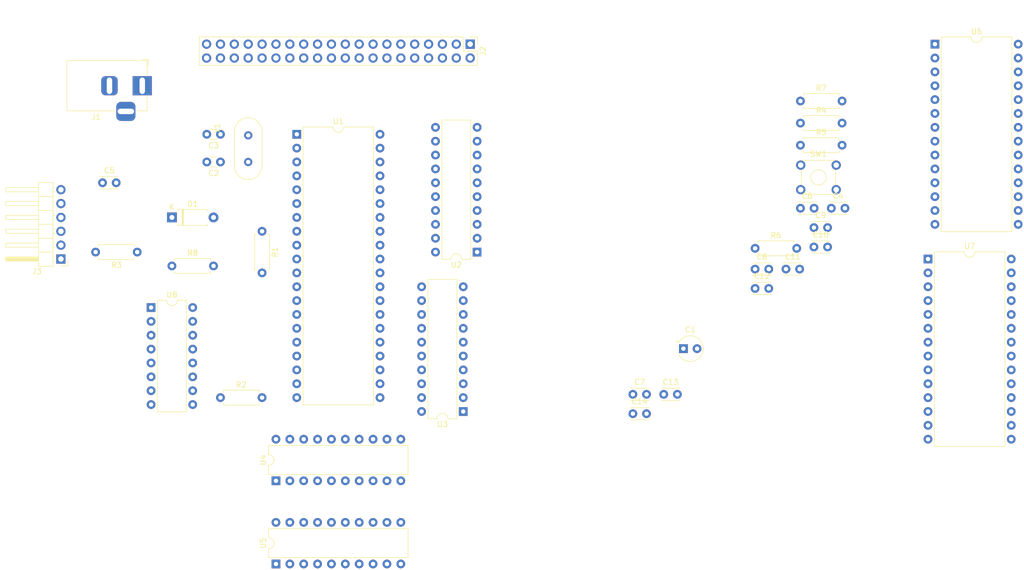
<source format=kicad_pcb>
(kicad_pcb (version 20171130) (host pcbnew 5.1.8)

  (general
    (thickness 1.6)
    (drawings 0)
    (tracks 0)
    (zones 0)
    (modules 36)
    (nets 80)
  )

  (page A4)
  (layers
    (0 F.Cu signal)
    (31 B.Cu signal)
    (32 B.Adhes user)
    (33 F.Adhes user)
    (34 B.Paste user)
    (35 F.Paste user)
    (36 B.SilkS user)
    (37 F.SilkS user)
    (38 B.Mask user)
    (39 F.Mask user)
    (40 Dwgs.User user)
    (41 Cmts.User user)
    (42 Eco1.User user)
    (43 Eco2.User user)
    (44 Edge.Cuts user)
    (45 Margin user)
    (46 B.CrtYd user)
    (47 F.CrtYd user)
    (48 B.Fab user)
    (49 F.Fab user)
  )

  (setup
    (last_trace_width 0.25)
    (trace_clearance 0.2)
    (zone_clearance 0.508)
    (zone_45_only no)
    (trace_min 0.2)
    (via_size 0.8)
    (via_drill 0.4)
    (via_min_size 0.4)
    (via_min_drill 0.3)
    (uvia_size 0.3)
    (uvia_drill 0.1)
    (uvias_allowed no)
    (uvia_min_size 0.2)
    (uvia_min_drill 0.1)
    (edge_width 0.05)
    (segment_width 0.2)
    (pcb_text_width 0.3)
    (pcb_text_size 1.5 1.5)
    (mod_edge_width 0.12)
    (mod_text_size 1 1)
    (mod_text_width 0.15)
    (pad_size 1.524 1.524)
    (pad_drill 0.762)
    (pad_to_mask_clearance 0)
    (aux_axis_origin 0 0)
    (visible_elements FFFFFF7F)
    (pcbplotparams
      (layerselection 0x010fc_ffffffff)
      (usegerberextensions false)
      (usegerberattributes true)
      (usegerberadvancedattributes true)
      (creategerberjobfile true)
      (excludeedgelayer true)
      (linewidth 0.100000)
      (plotframeref false)
      (viasonmask false)
      (mode 1)
      (useauxorigin false)
      (hpglpennumber 1)
      (hpglpenspeed 20)
      (hpglpendiameter 15.000000)
      (psnegative false)
      (psa4output false)
      (plotreference true)
      (plotvalue true)
      (plotinvisibletext false)
      (padsonsilk false)
      (subtractmaskfromsilk false)
      (outputformat 1)
      (mirror false)
      (drillshape 1)
      (scaleselection 1)
      (outputdirectory ""))
  )

  (net 0 "")
  (net 1 /~RES_IN)
  (net 2 GND)
  (net 3 "Net-(C2-Pad1)")
  (net 4 "Net-(C3-Pad1)")
  (net 5 VCC)
  (net 6 /RES_OUT)
  (net 7 /TRAP)
  (net 8 /HOLD)
  (net 9 /HLDA)
  (net 10 /READY)
  (net 11 /RST7.5)
  (net 12 /RST6.5)
  (net 13 /RST5.5)
  (net 14 /~WR)
  (net 15 /~RD)
  (net 16 /IO\~M)
  (net 17 /D7)
  (net 18 /D6)
  (net 19 /D5)
  (net 20 /D4)
  (net 21 /D3)
  (net 22 /D2)
  (net 23 /D1)
  (net 24 /D0)
  (net 25 /CLK)
  (net 26 /~INTA)
  (net 27 /INTR)
  (net 28 /A15)
  (net 29 /A14)
  (net 30 /A13)
  (net 31 /A12)
  (net 32 /A11)
  (net 33 /A10)
  (net 34 /A9)
  (net 35 /A8)
  (net 36 /A7)
  (net 37 /A6)
  (net 38 /A5)
  (net 39 /A4)
  (net 40 /A3)
  (net 41 /A2)
  (net 42 /A1)
  (net 43 /A0)
  (net 44 "Net-(J3-Pad2)")
  (net 45 /SID)
  (net 46 /SOD)
  (net 47 /A8')
  (net 48 /A9')
  (net 49 /RES_OUT')
  (net 50 /A10')
  (net 51 /A11')
  (net 52 /A12')
  (net 53 /A13')
  (net 54 /A14')
  (net 55 /A15')
  (net 56 /S0)
  (net 57 /ALE)
  (net 58 /~WR')
  (net 59 /AD0)
  (net 60 /~RD')
  (net 61 /AD1)
  (net 62 /S1)
  (net 63 /AD2)
  (net 64 /IO\~M')
  (net 65 /AD3)
  (net 66 /AD4)
  (net 67 /AD5)
  (net 68 /CLK')
  (net 69 /AD6)
  (net 70 /HLDA')
  (net 71 /AD7)
  (net 72 "Net-(U2-Pad8)")
  (net 73 "Net-(U2-Pad15)")
  (net 74 "Net-(U2-Pad5)")
  (net 75 "Net-(U2-Pad12)")
  (net 76 /~ROM_CS)
  (net 77 /~RAM_CS)
  (net 78 "Net-(U8-Pad3)")
  (net 79 "Net-(U8-Pad11)")

  (net_class Default "This is the default net class."
    (clearance 0.2)
    (trace_width 0.25)
    (via_dia 0.8)
    (via_drill 0.4)
    (uvia_dia 0.3)
    (uvia_drill 0.1)
    (add_net /A0)
    (add_net /A1)
    (add_net /A10)
    (add_net /A10')
    (add_net /A11)
    (add_net /A11')
    (add_net /A12)
    (add_net /A12')
    (add_net /A13)
    (add_net /A13')
    (add_net /A14)
    (add_net /A14')
    (add_net /A15)
    (add_net /A15')
    (add_net /A2)
    (add_net /A3)
    (add_net /A4)
    (add_net /A5)
    (add_net /A6)
    (add_net /A7)
    (add_net /A8)
    (add_net /A8')
    (add_net /A9)
    (add_net /A9')
    (add_net /AD0)
    (add_net /AD1)
    (add_net /AD2)
    (add_net /AD3)
    (add_net /AD4)
    (add_net /AD5)
    (add_net /AD6)
    (add_net /AD7)
    (add_net /ALE)
    (add_net /CLK)
    (add_net /CLK')
    (add_net /D0)
    (add_net /D1)
    (add_net /D2)
    (add_net /D3)
    (add_net /D4)
    (add_net /D5)
    (add_net /D6)
    (add_net /D7)
    (add_net /HLDA)
    (add_net /HLDA')
    (add_net /HOLD)
    (add_net /INTR)
    (add_net /IO\~M)
    (add_net /IO\~M')
    (add_net /READY)
    (add_net /RES_OUT)
    (add_net /RES_OUT')
    (add_net /RST5.5)
    (add_net /RST6.5)
    (add_net /RST7.5)
    (add_net /S0)
    (add_net /S1)
    (add_net /SID)
    (add_net /SOD)
    (add_net /TRAP)
    (add_net /~INTA)
    (add_net /~RAM_CS)
    (add_net /~RD)
    (add_net /~RD')
    (add_net /~RES_IN)
    (add_net /~ROM_CS)
    (add_net /~WR)
    (add_net /~WR')
    (add_net GND)
    (add_net "Net-(C2-Pad1)")
    (add_net "Net-(C3-Pad1)")
    (add_net "Net-(J3-Pad2)")
    (add_net "Net-(U2-Pad12)")
    (add_net "Net-(U2-Pad15)")
    (add_net "Net-(U2-Pad5)")
    (add_net "Net-(U2-Pad8)")
    (add_net "Net-(U8-Pad11)")
    (add_net "Net-(U8-Pad3)")
    (add_net VCC)
  )

  (module Crystal:Crystal_HC49-U_Vertical (layer F.Cu) (tedit 5A1AD3B8) (tstamp 5FBE5B08)
    (at 49.53 38.1 90)
    (descr "Crystal THT HC-49/U http://5hertz.com/pdfs/04404_D.pdf")
    (tags "THT crystalHC-49/U")
    (path /5FBCCBE2)
    (fp_text reference Y1 (at 6.17 -5.67 90) (layer F.SilkS)
      (effects (font (size 1 1) (thickness 0.15)))
    )
    (fp_text value 6.144MHz (at 6.17 5.67 90) (layer F.Fab)
      (effects (font (size 1 1) (thickness 0.15)))
    )
    (fp_arc (start 5.565 0) (end 5.565 -2.525) (angle 180) (layer F.SilkS) (width 0.12))
    (fp_arc (start -0.685 0) (end -0.685 -2.525) (angle -180) (layer F.SilkS) (width 0.12))
    (fp_arc (start 5.44 0) (end 5.44 -2) (angle 180) (layer F.Fab) (width 0.1))
    (fp_arc (start -0.56 0) (end -0.56 -2) (angle -180) (layer F.Fab) (width 0.1))
    (fp_arc (start 5.565 0) (end 5.565 -2.325) (angle 180) (layer F.Fab) (width 0.1))
    (fp_arc (start -0.685 0) (end -0.685 -2.325) (angle -180) (layer F.Fab) (width 0.1))
    (fp_text user %R (at 6.17 0 90) (layer F.Fab)
      (effects (font (size 1 1) (thickness 0.15)))
    )
    (fp_line (start -0.685 -2.325) (end 5.565 -2.325) (layer F.Fab) (width 0.1))
    (fp_line (start -0.685 2.325) (end 5.565 2.325) (layer F.Fab) (width 0.1))
    (fp_line (start -0.56 -2) (end 5.44 -2) (layer F.Fab) (width 0.1))
    (fp_line (start -0.56 2) (end 5.44 2) (layer F.Fab) (width 0.1))
    (fp_line (start -0.685 -2.525) (end 5.565 -2.525) (layer F.SilkS) (width 0.12))
    (fp_line (start -0.685 2.525) (end 5.565 2.525) (layer F.SilkS) (width 0.12))
    (fp_line (start -3.5 -2.8) (end -3.5 2.8) (layer F.CrtYd) (width 0.05))
    (fp_line (start -3.5 2.8) (end 8.4 2.8) (layer F.CrtYd) (width 0.05))
    (fp_line (start 8.4 2.8) (end 8.4 -2.8) (layer F.CrtYd) (width 0.05))
    (fp_line (start 8.4 -2.8) (end -3.5 -2.8) (layer F.CrtYd) (width 0.05))
    (pad 2 thru_hole circle (at 4.88 0 90) (size 1.5 1.5) (drill 0.8) (layers *.Cu *.Mask)
      (net 4 "Net-(C3-Pad1)"))
    (pad 1 thru_hole circle (at 0 0 90) (size 1.5 1.5) (drill 0.8) (layers *.Cu *.Mask)
      (net 3 "Net-(C2-Pad1)"))
    (model ${KISYS3DMOD}/Crystal.3dshapes/Crystal_HC49-U_Vertical.wrl
      (at (xyz 0 0 0))
      (scale (xyz 1 1 1))
      (rotate (xyz 0 0 0))
    )
  )

  (module Capacitor_THT:CP_Radial_Tantal_D4.5mm_P2.50mm (layer F.Cu) (tedit 5AE50EF0) (tstamp 5FBE56D3)
    (at 129.207289 72.305001)
    (descr "CP, Radial_Tantal series, Radial, pin pitch=2.50mm, , diameter=4.5mm, Tantal Electrolytic Capacitor, http://cdn-reichelt.de/documents/datenblatt/B300/TANTAL-TB-Serie%23.pdf")
    (tags "CP Radial_Tantal series Radial pin pitch 2.50mm  diameter 4.5mm Tantal Electrolytic Capacitor")
    (path /5FBF295F)
    (fp_text reference C1 (at 1.25 -3.5) (layer F.SilkS)
      (effects (font (size 1 1) (thickness 0.15)))
    )
    (fp_text value 1uf (at 1.25 3.5) (layer F.Fab)
      (effects (font (size 1 1) (thickness 0.15)))
    )
    (fp_line (start -1.062288 -1.56) (end -1.062288 -1.11) (layer F.SilkS) (width 0.12))
    (fp_line (start -1.287288 -1.335) (end -0.837288 -1.335) (layer F.SilkS) (width 0.12))
    (fp_line (start -0.44308 -1.2025) (end -0.44308 -0.7525) (layer F.Fab) (width 0.1))
    (fp_line (start -0.66808 -0.9775) (end -0.21808 -0.9775) (layer F.Fab) (width 0.1))
    (fp_circle (center 1.25 0) (end 3.78 0) (layer F.CrtYd) (width 0.05))
    (fp_circle (center 1.25 0) (end 3.5 0) (layer F.Fab) (width 0.1))
    (fp_arc (start 1.25 0) (end -0.869741 -1.06) (angle 306.864288) (layer F.SilkS) (width 0.12))
    (fp_text user %R (at 1.25 0) (layer F.Fab)
      (effects (font (size 0.9 0.9) (thickness 0.135)))
    )
    (pad 1 thru_hole rect (at 0 0) (size 1.6 1.6) (drill 0.8) (layers *.Cu *.Mask)
      (net 1 /~RES_IN))
    (pad 2 thru_hole circle (at 2.5 0) (size 1.6 1.6) (drill 0.8) (layers *.Cu *.Mask)
      (net 2 GND))
    (model ${KISYS3DMOD}/Capacitor_THT.3dshapes/CP_Radial_Tantal_D4.5mm_P2.50mm.wrl
      (at (xyz 0 0 0))
      (scale (xyz 1 1 1))
      (rotate (xyz 0 0 0))
    )
  )

  (module Capacitor_THT:C_Disc_D3.0mm_W1.6mm_P2.50mm (layer F.Cu) (tedit 5AE50EF0) (tstamp 5FBE56E4)
    (at 44.45 38.1 180)
    (descr "C, Disc series, Radial, pin pitch=2.50mm, , diameter*width=3.0*1.6mm^2, Capacitor, http://www.vishay.com/docs/45233/krseries.pdf")
    (tags "C Disc series Radial pin pitch 2.50mm  diameter 3.0mm width 1.6mm Capacitor")
    (path /5FBCF222)
    (fp_text reference C2 (at 1.25 -2.05) (layer F.SilkS)
      (effects (font (size 1 1) (thickness 0.15)))
    )
    (fp_text value 20pf (at 1.25 2.05) (layer F.Fab)
      (effects (font (size 1 1) (thickness 0.15)))
    )
    (fp_text user %R (at 4.614999 10.454999) (layer F.Fab)
      (effects (font (size 0.6 0.6) (thickness 0.09)))
    )
    (fp_line (start -0.25 -0.8) (end -0.25 0.8) (layer F.Fab) (width 0.1))
    (fp_line (start -0.25 0.8) (end 2.75 0.8) (layer F.Fab) (width 0.1))
    (fp_line (start 2.75 0.8) (end 2.75 -0.8) (layer F.Fab) (width 0.1))
    (fp_line (start 2.75 -0.8) (end -0.25 -0.8) (layer F.Fab) (width 0.1))
    (fp_line (start 0.621 -0.92) (end 1.879 -0.92) (layer F.SilkS) (width 0.12))
    (fp_line (start 0.621 0.92) (end 1.879 0.92) (layer F.SilkS) (width 0.12))
    (fp_line (start -1.05 -1.05) (end -1.05 1.05) (layer F.CrtYd) (width 0.05))
    (fp_line (start -1.05 1.05) (end 3.55 1.05) (layer F.CrtYd) (width 0.05))
    (fp_line (start 3.55 1.05) (end 3.55 -1.05) (layer F.CrtYd) (width 0.05))
    (fp_line (start 3.55 -1.05) (end -1.05 -1.05) (layer F.CrtYd) (width 0.05))
    (pad 2 thru_hole circle (at 2.5 0 180) (size 1.6 1.6) (drill 0.8) (layers *.Cu *.Mask)
      (net 2 GND))
    (pad 1 thru_hole circle (at 0 0 180) (size 1.6 1.6) (drill 0.8) (layers *.Cu *.Mask)
      (net 3 "Net-(C2-Pad1)"))
    (model ${KISYS3DMOD}/Capacitor_THT.3dshapes/C_Disc_D3.0mm_W1.6mm_P2.50mm.wrl
      (at (xyz 0 0 0))
      (scale (xyz 1 1 1))
      (rotate (xyz 0 0 0))
    )
  )

  (module Capacitor_THT:C_Disc_D3.0mm_W1.6mm_P2.50mm (layer F.Cu) (tedit 5AE50EF0) (tstamp 5FBE56F5)
    (at 44.45 33.02 180)
    (descr "C, Disc series, Radial, pin pitch=2.50mm, , diameter*width=3.0*1.6mm^2, Capacitor, http://www.vishay.com/docs/45233/krseries.pdf")
    (tags "C Disc series Radial pin pitch 2.50mm  diameter 3.0mm width 1.6mm Capacitor")
    (path /5FBD038B)
    (fp_text reference C3 (at 1.25 -2.05) (layer F.SilkS)
      (effects (font (size 1 1) (thickness 0.15)))
    )
    (fp_text value "20pf DNP" (at 1.25 2.05) (layer F.Fab)
      (effects (font (size 1 1) (thickness 0.15)))
    )
    (fp_line (start 3.55 -1.05) (end -1.05 -1.05) (layer F.CrtYd) (width 0.05))
    (fp_line (start 3.55 1.05) (end 3.55 -1.05) (layer F.CrtYd) (width 0.05))
    (fp_line (start -1.05 1.05) (end 3.55 1.05) (layer F.CrtYd) (width 0.05))
    (fp_line (start -1.05 -1.05) (end -1.05 1.05) (layer F.CrtYd) (width 0.05))
    (fp_line (start 0.621 0.92) (end 1.879 0.92) (layer F.SilkS) (width 0.12))
    (fp_line (start 0.621 -0.92) (end 1.879 -0.92) (layer F.SilkS) (width 0.12))
    (fp_line (start 2.75 -0.8) (end -0.25 -0.8) (layer F.Fab) (width 0.1))
    (fp_line (start 2.75 0.8) (end 2.75 -0.8) (layer F.Fab) (width 0.1))
    (fp_line (start -0.25 0.8) (end 2.75 0.8) (layer F.Fab) (width 0.1))
    (fp_line (start -0.25 -0.8) (end -0.25 0.8) (layer F.Fab) (width 0.1))
    (fp_text user %R (at 1.25 0) (layer F.Fab)
      (effects (font (size 0.6 0.6) (thickness 0.09)))
    )
    (pad 1 thru_hole circle (at 0 0 180) (size 1.6 1.6) (drill 0.8) (layers *.Cu *.Mask)
      (net 4 "Net-(C3-Pad1)"))
    (pad 2 thru_hole circle (at 2.5 0 180) (size 1.6 1.6) (drill 0.8) (layers *.Cu *.Mask)
      (net 2 GND))
    (model ${KISYS3DMOD}/Capacitor_THT.3dshapes/C_Disc_D3.0mm_W1.6mm_P2.50mm.wrl
      (at (xyz 0 0 0))
      (scale (xyz 1 1 1))
      (rotate (xyz 0 0 0))
    )
  )

  (module Capacitor_THT:C_Disc_D3.0mm_W2.0mm_P2.50mm (layer F.Cu) (tedit 5AE50EF0) (tstamp 5FBE570A)
    (at 156.285001 46.575001)
    (descr "C, Disc series, Radial, pin pitch=2.50mm, , diameter*width=3*2mm^2, Capacitor")
    (tags "C Disc series Radial pin pitch 2.50mm  diameter 3mm width 2mm Capacitor")
    (path /5FCF4BA1)
    (fp_text reference C4 (at 1.25 -2.25) (layer F.SilkS)
      (effects (font (size 1 1) (thickness 0.15)))
    )
    (fp_text value .1uf (at 1.25 2.25) (layer F.Fab)
      (effects (font (size 1 1) (thickness 0.15)))
    )
    (fp_line (start 3.55 -1.25) (end -1.05 -1.25) (layer F.CrtYd) (width 0.05))
    (fp_line (start 3.55 1.25) (end 3.55 -1.25) (layer F.CrtYd) (width 0.05))
    (fp_line (start -1.05 1.25) (end 3.55 1.25) (layer F.CrtYd) (width 0.05))
    (fp_line (start -1.05 -1.25) (end -1.05 1.25) (layer F.CrtYd) (width 0.05))
    (fp_line (start 2.87 1.055) (end 2.87 1.12) (layer F.SilkS) (width 0.12))
    (fp_line (start 2.87 -1.12) (end 2.87 -1.055) (layer F.SilkS) (width 0.12))
    (fp_line (start -0.37 1.055) (end -0.37 1.12) (layer F.SilkS) (width 0.12))
    (fp_line (start -0.37 -1.12) (end -0.37 -1.055) (layer F.SilkS) (width 0.12))
    (fp_line (start -0.37 1.12) (end 2.87 1.12) (layer F.SilkS) (width 0.12))
    (fp_line (start -0.37 -1.12) (end 2.87 -1.12) (layer F.SilkS) (width 0.12))
    (fp_line (start 2.75 -1) (end -0.25 -1) (layer F.Fab) (width 0.1))
    (fp_line (start 2.75 1) (end 2.75 -1) (layer F.Fab) (width 0.1))
    (fp_line (start -0.25 1) (end 2.75 1) (layer F.Fab) (width 0.1))
    (fp_line (start -0.25 -1) (end -0.25 1) (layer F.Fab) (width 0.1))
    (fp_text user %R (at 1.25 0) (layer F.Fab)
      (effects (font (size 0.6 0.6) (thickness 0.09)))
    )
    (pad 1 thru_hole circle (at 0 0) (size 1.6 1.6) (drill 0.8) (layers *.Cu *.Mask)
      (net 5 VCC))
    (pad 2 thru_hole circle (at 2.5 0) (size 1.6 1.6) (drill 0.8) (layers *.Cu *.Mask)
      (net 2 GND))
    (model ${KISYS3DMOD}/Capacitor_THT.3dshapes/C_Disc_D3.0mm_W2.0mm_P2.50mm.wrl
      (at (xyz 0 0 0))
      (scale (xyz 1 1 1))
      (rotate (xyz 0 0 0))
    )
  )

  (module Capacitor_THT:C_Disc_D3.0mm_W2.0mm_P2.50mm (layer F.Cu) (tedit 5AE50EF0) (tstamp 5FBE571F)
    (at 22.86 41.91)
    (descr "C, Disc series, Radial, pin pitch=2.50mm, , diameter*width=3*2mm^2, Capacitor")
    (tags "C Disc series Radial pin pitch 2.50mm  diameter 3mm width 2mm Capacitor")
    (path /5FDEA626)
    (fp_text reference C5 (at 1.25 -2.25) (layer F.SilkS)
      (effects (font (size 1 1) (thickness 0.15)))
    )
    (fp_text value .1uf (at 1.25 2.25) (layer F.Fab)
      (effects (font (size 1 1) (thickness 0.15)))
    )
    (fp_text user %R (at 1.25 0) (layer F.Fab)
      (effects (font (size 0.6 0.6) (thickness 0.09)))
    )
    (fp_line (start -0.25 -1) (end -0.25 1) (layer F.Fab) (width 0.1))
    (fp_line (start -0.25 1) (end 2.75 1) (layer F.Fab) (width 0.1))
    (fp_line (start 2.75 1) (end 2.75 -1) (layer F.Fab) (width 0.1))
    (fp_line (start 2.75 -1) (end -0.25 -1) (layer F.Fab) (width 0.1))
    (fp_line (start -0.37 -1.12) (end 2.87 -1.12) (layer F.SilkS) (width 0.12))
    (fp_line (start -0.37 1.12) (end 2.87 1.12) (layer F.SilkS) (width 0.12))
    (fp_line (start -0.37 -1.12) (end -0.37 -1.055) (layer F.SilkS) (width 0.12))
    (fp_line (start -0.37 1.055) (end -0.37 1.12) (layer F.SilkS) (width 0.12))
    (fp_line (start 2.87 -1.12) (end 2.87 -1.055) (layer F.SilkS) (width 0.12))
    (fp_line (start 2.87 1.055) (end 2.87 1.12) (layer F.SilkS) (width 0.12))
    (fp_line (start -1.05 -1.25) (end -1.05 1.25) (layer F.CrtYd) (width 0.05))
    (fp_line (start -1.05 1.25) (end 3.55 1.25) (layer F.CrtYd) (width 0.05))
    (fp_line (start 3.55 1.25) (end 3.55 -1.25) (layer F.CrtYd) (width 0.05))
    (fp_line (start 3.55 -1.25) (end -1.05 -1.25) (layer F.CrtYd) (width 0.05))
    (pad 2 thru_hole circle (at 2.5 0) (size 1.6 1.6) (drill 0.8) (layers *.Cu *.Mask)
      (net 2 GND))
    (pad 1 thru_hole circle (at 0 0) (size 1.6 1.6) (drill 0.8) (layers *.Cu *.Mask)
      (net 5 VCC))
    (model ${KISYS3DMOD}/Capacitor_THT.3dshapes/C_Disc_D3.0mm_W2.0mm_P2.50mm.wrl
      (at (xyz 0 0 0))
      (scale (xyz 1 1 1))
      (rotate (xyz 0 0 0))
    )
  )

  (module Capacitor_THT:C_Disc_D3.0mm_W2.0mm_P2.50mm (layer F.Cu) (tedit 5AE50EF0) (tstamp 5FBE5734)
    (at 150.635001 46.575001)
    (descr "C, Disc series, Radial, pin pitch=2.50mm, , diameter*width=3*2mm^2, Capacitor")
    (tags "C Disc series Radial pin pitch 2.50mm  diameter 3mm width 2mm Capacitor")
    (path /5FDEAA22)
    (fp_text reference C6 (at 1.25 -2.25) (layer F.SilkS)
      (effects (font (size 1 1) (thickness 0.15)))
    )
    (fp_text value .1uf (at 1.25 2.25) (layer F.Fab)
      (effects (font (size 1 1) (thickness 0.15)))
    )
    (fp_line (start 3.55 -1.25) (end -1.05 -1.25) (layer F.CrtYd) (width 0.05))
    (fp_line (start 3.55 1.25) (end 3.55 -1.25) (layer F.CrtYd) (width 0.05))
    (fp_line (start -1.05 1.25) (end 3.55 1.25) (layer F.CrtYd) (width 0.05))
    (fp_line (start -1.05 -1.25) (end -1.05 1.25) (layer F.CrtYd) (width 0.05))
    (fp_line (start 2.87 1.055) (end 2.87 1.12) (layer F.SilkS) (width 0.12))
    (fp_line (start 2.87 -1.12) (end 2.87 -1.055) (layer F.SilkS) (width 0.12))
    (fp_line (start -0.37 1.055) (end -0.37 1.12) (layer F.SilkS) (width 0.12))
    (fp_line (start -0.37 -1.12) (end -0.37 -1.055) (layer F.SilkS) (width 0.12))
    (fp_line (start -0.37 1.12) (end 2.87 1.12) (layer F.SilkS) (width 0.12))
    (fp_line (start -0.37 -1.12) (end 2.87 -1.12) (layer F.SilkS) (width 0.12))
    (fp_line (start 2.75 -1) (end -0.25 -1) (layer F.Fab) (width 0.1))
    (fp_line (start 2.75 1) (end 2.75 -1) (layer F.Fab) (width 0.1))
    (fp_line (start -0.25 1) (end 2.75 1) (layer F.Fab) (width 0.1))
    (fp_line (start -0.25 -1) (end -0.25 1) (layer F.Fab) (width 0.1))
    (fp_text user %R (at 1.25 0) (layer F.Fab)
      (effects (font (size 0.6 0.6) (thickness 0.09)))
    )
    (pad 1 thru_hole circle (at 0 0) (size 1.6 1.6) (drill 0.8) (layers *.Cu *.Mask)
      (net 5 VCC))
    (pad 2 thru_hole circle (at 2.5 0) (size 1.6 1.6) (drill 0.8) (layers *.Cu *.Mask)
      (net 2 GND))
    (model ${KISYS3DMOD}/Capacitor_THT.3dshapes/C_Disc_D3.0mm_W2.0mm_P2.50mm.wrl
      (at (xyz 0 0 0))
      (scale (xyz 1 1 1))
      (rotate (xyz 0 0 0))
    )
  )

  (module Capacitor_THT:C_Disc_D3.0mm_W2.0mm_P2.50mm (layer F.Cu) (tedit 5AE50EF0) (tstamp 5FBE5749)
    (at 119.955001 80.675001)
    (descr "C, Disc series, Radial, pin pitch=2.50mm, , diameter*width=3*2mm^2, Capacitor")
    (tags "C Disc series Radial pin pitch 2.50mm  diameter 3mm width 2mm Capacitor")
    (path /5FDEAD0B)
    (fp_text reference C7 (at 1.25 -2.25) (layer F.SilkS)
      (effects (font (size 1 1) (thickness 0.15)))
    )
    (fp_text value .1uf (at 1.25 2.25) (layer F.Fab)
      (effects (font (size 1 1) (thickness 0.15)))
    )
    (fp_text user %R (at 1.25 0) (layer F.Fab)
      (effects (font (size 0.6 0.6) (thickness 0.09)))
    )
    (fp_line (start -0.25 -1) (end -0.25 1) (layer F.Fab) (width 0.1))
    (fp_line (start -0.25 1) (end 2.75 1) (layer F.Fab) (width 0.1))
    (fp_line (start 2.75 1) (end 2.75 -1) (layer F.Fab) (width 0.1))
    (fp_line (start 2.75 -1) (end -0.25 -1) (layer F.Fab) (width 0.1))
    (fp_line (start -0.37 -1.12) (end 2.87 -1.12) (layer F.SilkS) (width 0.12))
    (fp_line (start -0.37 1.12) (end 2.87 1.12) (layer F.SilkS) (width 0.12))
    (fp_line (start -0.37 -1.12) (end -0.37 -1.055) (layer F.SilkS) (width 0.12))
    (fp_line (start -0.37 1.055) (end -0.37 1.12) (layer F.SilkS) (width 0.12))
    (fp_line (start 2.87 -1.12) (end 2.87 -1.055) (layer F.SilkS) (width 0.12))
    (fp_line (start 2.87 1.055) (end 2.87 1.12) (layer F.SilkS) (width 0.12))
    (fp_line (start -1.05 -1.25) (end -1.05 1.25) (layer F.CrtYd) (width 0.05))
    (fp_line (start -1.05 1.25) (end 3.55 1.25) (layer F.CrtYd) (width 0.05))
    (fp_line (start 3.55 1.25) (end 3.55 -1.25) (layer F.CrtYd) (width 0.05))
    (fp_line (start 3.55 -1.25) (end -1.05 -1.25) (layer F.CrtYd) (width 0.05))
    (pad 2 thru_hole circle (at 2.5 0) (size 1.6 1.6) (drill 0.8) (layers *.Cu *.Mask)
      (net 2 GND))
    (pad 1 thru_hole circle (at 0 0) (size 1.6 1.6) (drill 0.8) (layers *.Cu *.Mask)
      (net 5 VCC))
    (model ${KISYS3DMOD}/Capacitor_THT.3dshapes/C_Disc_D3.0mm_W2.0mm_P2.50mm.wrl
      (at (xyz 0 0 0))
      (scale (xyz 1 1 1))
      (rotate (xyz 0 0 0))
    )
  )

  (module Capacitor_THT:C_Disc_D3.0mm_W2.0mm_P2.50mm (layer F.Cu) (tedit 5AE50EF0) (tstamp 5FBE575E)
    (at 142.335001 57.725001)
    (descr "C, Disc series, Radial, pin pitch=2.50mm, , diameter*width=3*2mm^2, Capacitor")
    (tags "C Disc series Radial pin pitch 2.50mm  diameter 3mm width 2mm Capacitor")
    (path /5FDEB06E)
    (fp_text reference C8 (at 1.25 -2.25) (layer F.SilkS)
      (effects (font (size 1 1) (thickness 0.15)))
    )
    (fp_text value .1uf (at 1.25 2.25) (layer F.Fab)
      (effects (font (size 1 1) (thickness 0.15)))
    )
    (fp_line (start 3.55 -1.25) (end -1.05 -1.25) (layer F.CrtYd) (width 0.05))
    (fp_line (start 3.55 1.25) (end 3.55 -1.25) (layer F.CrtYd) (width 0.05))
    (fp_line (start -1.05 1.25) (end 3.55 1.25) (layer F.CrtYd) (width 0.05))
    (fp_line (start -1.05 -1.25) (end -1.05 1.25) (layer F.CrtYd) (width 0.05))
    (fp_line (start 2.87 1.055) (end 2.87 1.12) (layer F.SilkS) (width 0.12))
    (fp_line (start 2.87 -1.12) (end 2.87 -1.055) (layer F.SilkS) (width 0.12))
    (fp_line (start -0.37 1.055) (end -0.37 1.12) (layer F.SilkS) (width 0.12))
    (fp_line (start -0.37 -1.12) (end -0.37 -1.055) (layer F.SilkS) (width 0.12))
    (fp_line (start -0.37 1.12) (end 2.87 1.12) (layer F.SilkS) (width 0.12))
    (fp_line (start -0.37 -1.12) (end 2.87 -1.12) (layer F.SilkS) (width 0.12))
    (fp_line (start 2.75 -1) (end -0.25 -1) (layer F.Fab) (width 0.1))
    (fp_line (start 2.75 1) (end 2.75 -1) (layer F.Fab) (width 0.1))
    (fp_line (start -0.25 1) (end 2.75 1) (layer F.Fab) (width 0.1))
    (fp_line (start -0.25 -1) (end -0.25 1) (layer F.Fab) (width 0.1))
    (fp_text user %R (at 1.25 0) (layer F.Fab)
      (effects (font (size 0.6 0.6) (thickness 0.09)))
    )
    (pad 1 thru_hole circle (at 0 0) (size 1.6 1.6) (drill 0.8) (layers *.Cu *.Mask)
      (net 5 VCC))
    (pad 2 thru_hole circle (at 2.5 0) (size 1.6 1.6) (drill 0.8) (layers *.Cu *.Mask)
      (net 2 GND))
    (model ${KISYS3DMOD}/Capacitor_THT.3dshapes/C_Disc_D3.0mm_W2.0mm_P2.50mm.wrl
      (at (xyz 0 0 0))
      (scale (xyz 1 1 1))
      (rotate (xyz 0 0 0))
    )
  )

  (module Capacitor_THT:C_Disc_D3.0mm_W2.0mm_P2.50mm (layer F.Cu) (tedit 5AE50EF0) (tstamp 5FBE5773)
    (at 153.105001 50.125001)
    (descr "C, Disc series, Radial, pin pitch=2.50mm, , diameter*width=3*2mm^2, Capacitor")
    (tags "C Disc series Radial pin pitch 2.50mm  diameter 3mm width 2mm Capacitor")
    (path /5FDEB327)
    (fp_text reference C9 (at 1.25 -2.25) (layer F.SilkS)
      (effects (font (size 1 1) (thickness 0.15)))
    )
    (fp_text value .1uf (at 1.25 2.25) (layer F.Fab)
      (effects (font (size 1 1) (thickness 0.15)))
    )
    (fp_text user %R (at 1.25 0) (layer F.Fab)
      (effects (font (size 0.6 0.6) (thickness 0.09)))
    )
    (fp_line (start -0.25 -1) (end -0.25 1) (layer F.Fab) (width 0.1))
    (fp_line (start -0.25 1) (end 2.75 1) (layer F.Fab) (width 0.1))
    (fp_line (start 2.75 1) (end 2.75 -1) (layer F.Fab) (width 0.1))
    (fp_line (start 2.75 -1) (end -0.25 -1) (layer F.Fab) (width 0.1))
    (fp_line (start -0.37 -1.12) (end 2.87 -1.12) (layer F.SilkS) (width 0.12))
    (fp_line (start -0.37 1.12) (end 2.87 1.12) (layer F.SilkS) (width 0.12))
    (fp_line (start -0.37 -1.12) (end -0.37 -1.055) (layer F.SilkS) (width 0.12))
    (fp_line (start -0.37 1.055) (end -0.37 1.12) (layer F.SilkS) (width 0.12))
    (fp_line (start 2.87 -1.12) (end 2.87 -1.055) (layer F.SilkS) (width 0.12))
    (fp_line (start 2.87 1.055) (end 2.87 1.12) (layer F.SilkS) (width 0.12))
    (fp_line (start -1.05 -1.25) (end -1.05 1.25) (layer F.CrtYd) (width 0.05))
    (fp_line (start -1.05 1.25) (end 3.55 1.25) (layer F.CrtYd) (width 0.05))
    (fp_line (start 3.55 1.25) (end 3.55 -1.25) (layer F.CrtYd) (width 0.05))
    (fp_line (start 3.55 -1.25) (end -1.05 -1.25) (layer F.CrtYd) (width 0.05))
    (pad 2 thru_hole circle (at 2.5 0) (size 1.6 1.6) (drill 0.8) (layers *.Cu *.Mask)
      (net 2 GND))
    (pad 1 thru_hole circle (at 0 0) (size 1.6 1.6) (drill 0.8) (layers *.Cu *.Mask)
      (net 5 VCC))
    (model ${KISYS3DMOD}/Capacitor_THT.3dshapes/C_Disc_D3.0mm_W2.0mm_P2.50mm.wrl
      (at (xyz 0 0 0))
      (scale (xyz 1 1 1))
      (rotate (xyz 0 0 0))
    )
  )

  (module Capacitor_THT:C_Disc_D3.0mm_W2.0mm_P2.50mm (layer F.Cu) (tedit 5AE50EF0) (tstamp 5FBE5788)
    (at 153.105001 53.675001)
    (descr "C, Disc series, Radial, pin pitch=2.50mm, , diameter*width=3*2mm^2, Capacitor")
    (tags "C Disc series Radial pin pitch 2.50mm  diameter 3mm width 2mm Capacitor")
    (path /5FDEB607)
    (fp_text reference C10 (at 1.25 -2.25) (layer F.SilkS)
      (effects (font (size 1 1) (thickness 0.15)))
    )
    (fp_text value .1uf (at 1.25 2.25) (layer F.Fab)
      (effects (font (size 1 1) (thickness 0.15)))
    )
    (fp_line (start 3.55 -1.25) (end -1.05 -1.25) (layer F.CrtYd) (width 0.05))
    (fp_line (start 3.55 1.25) (end 3.55 -1.25) (layer F.CrtYd) (width 0.05))
    (fp_line (start -1.05 1.25) (end 3.55 1.25) (layer F.CrtYd) (width 0.05))
    (fp_line (start -1.05 -1.25) (end -1.05 1.25) (layer F.CrtYd) (width 0.05))
    (fp_line (start 2.87 1.055) (end 2.87 1.12) (layer F.SilkS) (width 0.12))
    (fp_line (start 2.87 -1.12) (end 2.87 -1.055) (layer F.SilkS) (width 0.12))
    (fp_line (start -0.37 1.055) (end -0.37 1.12) (layer F.SilkS) (width 0.12))
    (fp_line (start -0.37 -1.12) (end -0.37 -1.055) (layer F.SilkS) (width 0.12))
    (fp_line (start -0.37 1.12) (end 2.87 1.12) (layer F.SilkS) (width 0.12))
    (fp_line (start -0.37 -1.12) (end 2.87 -1.12) (layer F.SilkS) (width 0.12))
    (fp_line (start 2.75 -1) (end -0.25 -1) (layer F.Fab) (width 0.1))
    (fp_line (start 2.75 1) (end 2.75 -1) (layer F.Fab) (width 0.1))
    (fp_line (start -0.25 1) (end 2.75 1) (layer F.Fab) (width 0.1))
    (fp_line (start -0.25 -1) (end -0.25 1) (layer F.Fab) (width 0.1))
    (fp_text user %R (at 1.25 0) (layer F.Fab)
      (effects (font (size 0.6 0.6) (thickness 0.09)))
    )
    (pad 1 thru_hole circle (at 0 0) (size 1.6 1.6) (drill 0.8) (layers *.Cu *.Mask)
      (net 5 VCC))
    (pad 2 thru_hole circle (at 2.5 0) (size 1.6 1.6) (drill 0.8) (layers *.Cu *.Mask)
      (net 2 GND))
    (model ${KISYS3DMOD}/Capacitor_THT.3dshapes/C_Disc_D3.0mm_W2.0mm_P2.50mm.wrl
      (at (xyz 0 0 0))
      (scale (xyz 1 1 1))
      (rotate (xyz 0 0 0))
    )
  )

  (module Capacitor_THT:C_Disc_D3.0mm_W2.0mm_P2.50mm (layer F.Cu) (tedit 5AE50EF0) (tstamp 5FBE579D)
    (at 147.985001 57.725001)
    (descr "C, Disc series, Radial, pin pitch=2.50mm, , diameter*width=3*2mm^2, Capacitor")
    (tags "C Disc series Radial pin pitch 2.50mm  diameter 3mm width 2mm Capacitor")
    (path /5FDEB8B8)
    (fp_text reference C11 (at 1.25 -2.25) (layer F.SilkS)
      (effects (font (size 1 1) (thickness 0.15)))
    )
    (fp_text value .1uf (at 1.25 2.25) (layer F.Fab)
      (effects (font (size 1 1) (thickness 0.15)))
    )
    (fp_text user %R (at 1.25 0) (layer F.Fab)
      (effects (font (size 0.6 0.6) (thickness 0.09)))
    )
    (fp_line (start -0.25 -1) (end -0.25 1) (layer F.Fab) (width 0.1))
    (fp_line (start -0.25 1) (end 2.75 1) (layer F.Fab) (width 0.1))
    (fp_line (start 2.75 1) (end 2.75 -1) (layer F.Fab) (width 0.1))
    (fp_line (start 2.75 -1) (end -0.25 -1) (layer F.Fab) (width 0.1))
    (fp_line (start -0.37 -1.12) (end 2.87 -1.12) (layer F.SilkS) (width 0.12))
    (fp_line (start -0.37 1.12) (end 2.87 1.12) (layer F.SilkS) (width 0.12))
    (fp_line (start -0.37 -1.12) (end -0.37 -1.055) (layer F.SilkS) (width 0.12))
    (fp_line (start -0.37 1.055) (end -0.37 1.12) (layer F.SilkS) (width 0.12))
    (fp_line (start 2.87 -1.12) (end 2.87 -1.055) (layer F.SilkS) (width 0.12))
    (fp_line (start 2.87 1.055) (end 2.87 1.12) (layer F.SilkS) (width 0.12))
    (fp_line (start -1.05 -1.25) (end -1.05 1.25) (layer F.CrtYd) (width 0.05))
    (fp_line (start -1.05 1.25) (end 3.55 1.25) (layer F.CrtYd) (width 0.05))
    (fp_line (start 3.55 1.25) (end 3.55 -1.25) (layer F.CrtYd) (width 0.05))
    (fp_line (start 3.55 -1.25) (end -1.05 -1.25) (layer F.CrtYd) (width 0.05))
    (pad 2 thru_hole circle (at 2.5 0) (size 1.6 1.6) (drill 0.8) (layers *.Cu *.Mask)
      (net 2 GND))
    (pad 1 thru_hole circle (at 0 0) (size 1.6 1.6) (drill 0.8) (layers *.Cu *.Mask)
      (net 5 VCC))
    (model ${KISYS3DMOD}/Capacitor_THT.3dshapes/C_Disc_D3.0mm_W2.0mm_P2.50mm.wrl
      (at (xyz 0 0 0))
      (scale (xyz 1 1 1))
      (rotate (xyz 0 0 0))
    )
  )

  (module Capacitor_THT:C_Disc_D3.0mm_W2.0mm_P2.50mm (layer F.Cu) (tedit 5AE50EF0) (tstamp 5FBE57B2)
    (at 142.335001 61.275001)
    (descr "C, Disc series, Radial, pin pitch=2.50mm, , diameter*width=3*2mm^2, Capacitor")
    (tags "C Disc series Radial pin pitch 2.50mm  diameter 3mm width 2mm Capacitor")
    (path /5FDEBBAF)
    (fp_text reference C12 (at 1.25 -2.25) (layer F.SilkS)
      (effects (font (size 1 1) (thickness 0.15)))
    )
    (fp_text value .1uf (at 1.25 2.25) (layer F.Fab)
      (effects (font (size 1 1) (thickness 0.15)))
    )
    (fp_line (start 3.55 -1.25) (end -1.05 -1.25) (layer F.CrtYd) (width 0.05))
    (fp_line (start 3.55 1.25) (end 3.55 -1.25) (layer F.CrtYd) (width 0.05))
    (fp_line (start -1.05 1.25) (end 3.55 1.25) (layer F.CrtYd) (width 0.05))
    (fp_line (start -1.05 -1.25) (end -1.05 1.25) (layer F.CrtYd) (width 0.05))
    (fp_line (start 2.87 1.055) (end 2.87 1.12) (layer F.SilkS) (width 0.12))
    (fp_line (start 2.87 -1.12) (end 2.87 -1.055) (layer F.SilkS) (width 0.12))
    (fp_line (start -0.37 1.055) (end -0.37 1.12) (layer F.SilkS) (width 0.12))
    (fp_line (start -0.37 -1.12) (end -0.37 -1.055) (layer F.SilkS) (width 0.12))
    (fp_line (start -0.37 1.12) (end 2.87 1.12) (layer F.SilkS) (width 0.12))
    (fp_line (start -0.37 -1.12) (end 2.87 -1.12) (layer F.SilkS) (width 0.12))
    (fp_line (start 2.75 -1) (end -0.25 -1) (layer F.Fab) (width 0.1))
    (fp_line (start 2.75 1) (end 2.75 -1) (layer F.Fab) (width 0.1))
    (fp_line (start -0.25 1) (end 2.75 1) (layer F.Fab) (width 0.1))
    (fp_line (start -0.25 -1) (end -0.25 1) (layer F.Fab) (width 0.1))
    (fp_text user %R (at 1.25 0) (layer F.Fab)
      (effects (font (size 0.6 0.6) (thickness 0.09)))
    )
    (pad 1 thru_hole circle (at 0 0) (size 1.6 1.6) (drill 0.8) (layers *.Cu *.Mask)
      (net 5 VCC))
    (pad 2 thru_hole circle (at 2.5 0) (size 1.6 1.6) (drill 0.8) (layers *.Cu *.Mask)
      (net 2 GND))
    (model ${KISYS3DMOD}/Capacitor_THT.3dshapes/C_Disc_D3.0mm_W2.0mm_P2.50mm.wrl
      (at (xyz 0 0 0))
      (scale (xyz 1 1 1))
      (rotate (xyz 0 0 0))
    )
  )

  (module Capacitor_THT:C_Disc_D3.0mm_W2.0mm_P2.50mm (layer F.Cu) (tedit 5AE50EF0) (tstamp 5FBE57C7)
    (at 125.605001 80.675001)
    (descr "C, Disc series, Radial, pin pitch=2.50mm, , diameter*width=3*2mm^2, Capacitor")
    (tags "C Disc series Radial pin pitch 2.50mm  diameter 3mm width 2mm Capacitor")
    (path /5FDEBE7A)
    (fp_text reference C13 (at 1.25 -2.25) (layer F.SilkS)
      (effects (font (size 1 1) (thickness 0.15)))
    )
    (fp_text value .1uf (at 1.25 2.25) (layer F.Fab)
      (effects (font (size 1 1) (thickness 0.15)))
    )
    (fp_text user %R (at 1.25 0) (layer F.Fab)
      (effects (font (size 0.6 0.6) (thickness 0.09)))
    )
    (fp_line (start -0.25 -1) (end -0.25 1) (layer F.Fab) (width 0.1))
    (fp_line (start -0.25 1) (end 2.75 1) (layer F.Fab) (width 0.1))
    (fp_line (start 2.75 1) (end 2.75 -1) (layer F.Fab) (width 0.1))
    (fp_line (start 2.75 -1) (end -0.25 -1) (layer F.Fab) (width 0.1))
    (fp_line (start -0.37 -1.12) (end 2.87 -1.12) (layer F.SilkS) (width 0.12))
    (fp_line (start -0.37 1.12) (end 2.87 1.12) (layer F.SilkS) (width 0.12))
    (fp_line (start -0.37 -1.12) (end -0.37 -1.055) (layer F.SilkS) (width 0.12))
    (fp_line (start -0.37 1.055) (end -0.37 1.12) (layer F.SilkS) (width 0.12))
    (fp_line (start 2.87 -1.12) (end 2.87 -1.055) (layer F.SilkS) (width 0.12))
    (fp_line (start 2.87 1.055) (end 2.87 1.12) (layer F.SilkS) (width 0.12))
    (fp_line (start -1.05 -1.25) (end -1.05 1.25) (layer F.CrtYd) (width 0.05))
    (fp_line (start -1.05 1.25) (end 3.55 1.25) (layer F.CrtYd) (width 0.05))
    (fp_line (start 3.55 1.25) (end 3.55 -1.25) (layer F.CrtYd) (width 0.05))
    (fp_line (start 3.55 -1.25) (end -1.05 -1.25) (layer F.CrtYd) (width 0.05))
    (pad 2 thru_hole circle (at 2.5 0) (size 1.6 1.6) (drill 0.8) (layers *.Cu *.Mask)
      (net 2 GND))
    (pad 1 thru_hole circle (at 0 0) (size 1.6 1.6) (drill 0.8) (layers *.Cu *.Mask)
      (net 5 VCC))
    (model ${KISYS3DMOD}/Capacitor_THT.3dshapes/C_Disc_D3.0mm_W2.0mm_P2.50mm.wrl
      (at (xyz 0 0 0))
      (scale (xyz 1 1 1))
      (rotate (xyz 0 0 0))
    )
  )

  (module Capacitor_THT:C_Disc_D3.0mm_W2.0mm_P2.50mm (layer F.Cu) (tedit 5AE50EF0) (tstamp 5FBE57DC)
    (at 119.955001 84.225001)
    (descr "C, Disc series, Radial, pin pitch=2.50mm, , diameter*width=3*2mm^2, Capacitor")
    (tags "C Disc series Radial pin pitch 2.50mm  diameter 3mm width 2mm Capacitor")
    (path /5FDEC213)
    (fp_text reference C14 (at 1.25 -2.25) (layer F.SilkS)
      (effects (font (size 1 1) (thickness 0.15)))
    )
    (fp_text value .1uf (at 1.25 2.25) (layer F.Fab)
      (effects (font (size 1 1) (thickness 0.15)))
    )
    (fp_line (start 3.55 -1.25) (end -1.05 -1.25) (layer F.CrtYd) (width 0.05))
    (fp_line (start 3.55 1.25) (end 3.55 -1.25) (layer F.CrtYd) (width 0.05))
    (fp_line (start -1.05 1.25) (end 3.55 1.25) (layer F.CrtYd) (width 0.05))
    (fp_line (start -1.05 -1.25) (end -1.05 1.25) (layer F.CrtYd) (width 0.05))
    (fp_line (start 2.87 1.055) (end 2.87 1.12) (layer F.SilkS) (width 0.12))
    (fp_line (start 2.87 -1.12) (end 2.87 -1.055) (layer F.SilkS) (width 0.12))
    (fp_line (start -0.37 1.055) (end -0.37 1.12) (layer F.SilkS) (width 0.12))
    (fp_line (start -0.37 -1.12) (end -0.37 -1.055) (layer F.SilkS) (width 0.12))
    (fp_line (start -0.37 1.12) (end 2.87 1.12) (layer F.SilkS) (width 0.12))
    (fp_line (start -0.37 -1.12) (end 2.87 -1.12) (layer F.SilkS) (width 0.12))
    (fp_line (start 2.75 -1) (end -0.25 -1) (layer F.Fab) (width 0.1))
    (fp_line (start 2.75 1) (end 2.75 -1) (layer F.Fab) (width 0.1))
    (fp_line (start -0.25 1) (end 2.75 1) (layer F.Fab) (width 0.1))
    (fp_line (start -0.25 -1) (end -0.25 1) (layer F.Fab) (width 0.1))
    (fp_text user %R (at 1.25 0) (layer F.Fab)
      (effects (font (size 0.6 0.6) (thickness 0.09)))
    )
    (pad 1 thru_hole circle (at 0 0) (size 1.6 1.6) (drill 0.8) (layers *.Cu *.Mask)
      (net 5 VCC))
    (pad 2 thru_hole circle (at 2.5 0) (size 1.6 1.6) (drill 0.8) (layers *.Cu *.Mask)
      (net 2 GND))
    (model ${KISYS3DMOD}/Capacitor_THT.3dshapes/C_Disc_D3.0mm_W2.0mm_P2.50mm.wrl
      (at (xyz 0 0 0))
      (scale (xyz 1 1 1))
      (rotate (xyz 0 0 0))
    )
  )

  (module Diode_THT:D_A-405_P7.62mm_Horizontal (layer F.Cu) (tedit 5AE50CD5) (tstamp 5FBE57FB)
    (at 35.56 48.26)
    (descr "Diode, A-405 series, Axial, Horizontal, pin pitch=7.62mm, , length*diameter=5.2*2.7mm^2, , http://www.diodes.com/_files/packages/A-405.pdf")
    (tags "Diode A-405 series Axial Horizontal pin pitch 7.62mm  length 5.2mm diameter 2.7mm")
    (path /5FBF6A34)
    (fp_text reference D1 (at 3.81 -2.47) (layer F.SilkS)
      (effects (font (size 1 1) (thickness 0.15)))
    )
    (fp_text value 1N4148 (at 3.81 2.47) (layer F.Fab)
      (effects (font (size 1 1) (thickness 0.15)))
    )
    (fp_line (start 8.77 -1.6) (end -1.15 -1.6) (layer F.CrtYd) (width 0.05))
    (fp_line (start 8.77 1.6) (end 8.77 -1.6) (layer F.CrtYd) (width 0.05))
    (fp_line (start -1.15 1.6) (end 8.77 1.6) (layer F.CrtYd) (width 0.05))
    (fp_line (start -1.15 -1.6) (end -1.15 1.6) (layer F.CrtYd) (width 0.05))
    (fp_line (start 1.87 -1.47) (end 1.87 1.47) (layer F.SilkS) (width 0.12))
    (fp_line (start 2.11 -1.47) (end 2.11 1.47) (layer F.SilkS) (width 0.12))
    (fp_line (start 1.99 -1.47) (end 1.99 1.47) (layer F.SilkS) (width 0.12))
    (fp_line (start 6.53 1.47) (end 6.53 1.14) (layer F.SilkS) (width 0.12))
    (fp_line (start 1.09 1.47) (end 6.53 1.47) (layer F.SilkS) (width 0.12))
    (fp_line (start 1.09 1.14) (end 1.09 1.47) (layer F.SilkS) (width 0.12))
    (fp_line (start 6.53 -1.47) (end 6.53 -1.14) (layer F.SilkS) (width 0.12))
    (fp_line (start 1.09 -1.47) (end 6.53 -1.47) (layer F.SilkS) (width 0.12))
    (fp_line (start 1.09 -1.14) (end 1.09 -1.47) (layer F.SilkS) (width 0.12))
    (fp_line (start 1.89 -1.35) (end 1.89 1.35) (layer F.Fab) (width 0.1))
    (fp_line (start 2.09 -1.35) (end 2.09 1.35) (layer F.Fab) (width 0.1))
    (fp_line (start 1.99 -1.35) (end 1.99 1.35) (layer F.Fab) (width 0.1))
    (fp_line (start 7.62 0) (end 6.41 0) (layer F.Fab) (width 0.1))
    (fp_line (start 0 0) (end 1.21 0) (layer F.Fab) (width 0.1))
    (fp_line (start 6.41 -1.35) (end 1.21 -1.35) (layer F.Fab) (width 0.1))
    (fp_line (start 6.41 1.35) (end 6.41 -1.35) (layer F.Fab) (width 0.1))
    (fp_line (start 1.21 1.35) (end 6.41 1.35) (layer F.Fab) (width 0.1))
    (fp_line (start 1.21 -1.35) (end 1.21 1.35) (layer F.Fab) (width 0.1))
    (fp_text user %R (at 4.2 0) (layer F.Fab)
      (effects (font (size 1 1) (thickness 0.15)))
    )
    (fp_text user K (at 0 -1.9) (layer F.Fab)
      (effects (font (size 1 1) (thickness 0.15)))
    )
    (fp_text user K (at 0 -1.9) (layer F.SilkS)
      (effects (font (size 1 1) (thickness 0.15)))
    )
    (pad 1 thru_hole rect (at 0 0) (size 1.8 1.8) (drill 0.9) (layers *.Cu *.Mask)
      (net 5 VCC))
    (pad 2 thru_hole oval (at 7.62 0) (size 1.8 1.8) (drill 0.9) (layers *.Cu *.Mask)
      (net 1 /~RES_IN))
    (model ${KISYS3DMOD}/Diode_THT.3dshapes/D_A-405_P7.62mm_Horizontal.wrl
      (at (xyz 0 0 0))
      (scale (xyz 1 1 1))
      (rotate (xyz 0 0 0))
    )
  )

  (module Connector_BarrelJack:BarrelJack_Horizontal (layer F.Cu) (tedit 5A1DBF6A) (tstamp 5FBE581E)
    (at 30.13 24.13)
    (descr "DC Barrel Jack")
    (tags "Power Jack")
    (path /6037FDE1)
    (fp_text reference J1 (at -8.45 5.75) (layer F.SilkS)
      (effects (font (size 1 1) (thickness 0.15)))
    )
    (fp_text value Barrel_Jack_Switch (at -6.2 -5.5) (layer F.Fab)
      (effects (font (size 1 1) (thickness 0.15)))
    )
    (fp_line (start 0 -4.5) (end -13.7 -4.5) (layer F.Fab) (width 0.1))
    (fp_line (start 0.8 4.5) (end 0.8 -3.75) (layer F.Fab) (width 0.1))
    (fp_line (start -13.7 4.5) (end 0.8 4.5) (layer F.Fab) (width 0.1))
    (fp_line (start -13.7 -4.5) (end -13.7 4.5) (layer F.Fab) (width 0.1))
    (fp_line (start -10.2 -4.5) (end -10.2 4.5) (layer F.Fab) (width 0.1))
    (fp_line (start 0.9 -4.6) (end 0.9 -2) (layer F.SilkS) (width 0.12))
    (fp_line (start -13.8 -4.6) (end 0.9 -4.6) (layer F.SilkS) (width 0.12))
    (fp_line (start 0.9 4.6) (end -1 4.6) (layer F.SilkS) (width 0.12))
    (fp_line (start 0.9 1.9) (end 0.9 4.6) (layer F.SilkS) (width 0.12))
    (fp_line (start -13.8 4.6) (end -13.8 -4.6) (layer F.SilkS) (width 0.12))
    (fp_line (start -5 4.6) (end -13.8 4.6) (layer F.SilkS) (width 0.12))
    (fp_line (start -14 4.75) (end -14 -4.75) (layer F.CrtYd) (width 0.05))
    (fp_line (start -5 4.75) (end -14 4.75) (layer F.CrtYd) (width 0.05))
    (fp_line (start -5 6.75) (end -5 4.75) (layer F.CrtYd) (width 0.05))
    (fp_line (start -1 6.75) (end -5 6.75) (layer F.CrtYd) (width 0.05))
    (fp_line (start -1 4.75) (end -1 6.75) (layer F.CrtYd) (width 0.05))
    (fp_line (start 1 4.75) (end -1 4.75) (layer F.CrtYd) (width 0.05))
    (fp_line (start 1 2) (end 1 4.75) (layer F.CrtYd) (width 0.05))
    (fp_line (start 2 2) (end 1 2) (layer F.CrtYd) (width 0.05))
    (fp_line (start 2 -2) (end 2 2) (layer F.CrtYd) (width 0.05))
    (fp_line (start 1 -2) (end 2 -2) (layer F.CrtYd) (width 0.05))
    (fp_line (start 1 -4.5) (end 1 -2) (layer F.CrtYd) (width 0.05))
    (fp_line (start 1 -4.75) (end -14 -4.75) (layer F.CrtYd) (width 0.05))
    (fp_line (start 1 -4.5) (end 1 -4.75) (layer F.CrtYd) (width 0.05))
    (fp_line (start 0.05 -4.8) (end 1.1 -4.8) (layer F.SilkS) (width 0.12))
    (fp_line (start 1.1 -3.75) (end 1.1 -4.8) (layer F.SilkS) (width 0.12))
    (fp_line (start -0.003213 -4.505425) (end 0.8 -3.75) (layer F.Fab) (width 0.1))
    (fp_text user %R (at -3 -2.95) (layer F.Fab)
      (effects (font (size 1 1) (thickness 0.15)))
    )
    (pad 1 thru_hole rect (at 0 0) (size 3.5 3.5) (drill oval 1 3) (layers *.Cu *.Mask)
      (net 5 VCC))
    (pad 2 thru_hole roundrect (at -6 0) (size 3 3.5) (drill oval 1 3) (layers *.Cu *.Mask) (roundrect_rratio 0.25)
      (net 2 GND))
    (pad 3 thru_hole roundrect (at -3 4.7) (size 3.5 3.5) (drill oval 3 1) (layers *.Cu *.Mask) (roundrect_rratio 0.25)
      (net 2 GND))
    (model ${KISYS3DMOD}/Connector_BarrelJack.3dshapes/BarrelJack_Horizontal.wrl
      (at (xyz 0 0 0))
      (scale (xyz 1 1 1))
      (rotate (xyz 0 0 0))
    )
  )

  (module Connector_PinHeader_2.54mm:PinHeader_2x20_P2.54mm_Vertical (layer F.Cu) (tedit 59FED5CC) (tstamp 5FBE585C)
    (at 90.17 16.51 270)
    (descr "Through hole straight pin header, 2x20, 2.54mm pitch, double rows")
    (tags "Through hole pin header THT 2x20 2.54mm double row")
    (path /5FDF3C19)
    (fp_text reference J2 (at 1.27 -2.33 90) (layer F.SilkS)
      (effects (font (size 1 1) (thickness 0.15)))
    )
    (fp_text value Conn_02x20_Top_Bottom (at 1.27 50.59 90) (layer F.Fab)
      (effects (font (size 1 1) (thickness 0.15)))
    )
    (fp_line (start 4.35 -1.8) (end -1.8 -1.8) (layer F.CrtYd) (width 0.05))
    (fp_line (start 4.35 50.05) (end 4.35 -1.8) (layer F.CrtYd) (width 0.05))
    (fp_line (start -1.8 50.05) (end 4.35 50.05) (layer F.CrtYd) (width 0.05))
    (fp_line (start -1.8 -1.8) (end -1.8 50.05) (layer F.CrtYd) (width 0.05))
    (fp_line (start -1.33 -1.33) (end 0 -1.33) (layer F.SilkS) (width 0.12))
    (fp_line (start -1.33 0) (end -1.33 -1.33) (layer F.SilkS) (width 0.12))
    (fp_line (start 1.27 -1.33) (end 3.87 -1.33) (layer F.SilkS) (width 0.12))
    (fp_line (start 1.27 1.27) (end 1.27 -1.33) (layer F.SilkS) (width 0.12))
    (fp_line (start -1.33 1.27) (end 1.27 1.27) (layer F.SilkS) (width 0.12))
    (fp_line (start 3.87 -1.33) (end 3.87 49.59) (layer F.SilkS) (width 0.12))
    (fp_line (start -1.33 1.27) (end -1.33 49.59) (layer F.SilkS) (width 0.12))
    (fp_line (start -1.33 49.59) (end 3.87 49.59) (layer F.SilkS) (width 0.12))
    (fp_line (start -1.27 0) (end 0 -1.27) (layer F.Fab) (width 0.1))
    (fp_line (start -1.27 49.53) (end -1.27 0) (layer F.Fab) (width 0.1))
    (fp_line (start 3.81 49.53) (end -1.27 49.53) (layer F.Fab) (width 0.1))
    (fp_line (start 3.81 -1.27) (end 3.81 49.53) (layer F.Fab) (width 0.1))
    (fp_line (start 0 -1.27) (end 3.81 -1.27) (layer F.Fab) (width 0.1))
    (fp_text user %R (at 1.27 24.13) (layer F.Fab)
      (effects (font (size 1 1) (thickness 0.15)))
    )
    (pad 1 thru_hole rect (at 0 0 270) (size 1.7 1.7) (drill 1) (layers *.Cu *.Mask)
      (net 6 /RES_OUT))
    (pad 2 thru_hole oval (at 2.54 0 270) (size 1.7 1.7) (drill 1) (layers *.Cu *.Mask)
      (net 7 /TRAP))
    (pad 3 thru_hole oval (at 0 2.54 270) (size 1.7 1.7) (drill 1) (layers *.Cu *.Mask)
      (net 8 /HOLD))
    (pad 4 thru_hole oval (at 2.54 2.54 270) (size 1.7 1.7) (drill 1) (layers *.Cu *.Mask)
      (net 9 /HLDA))
    (pad 5 thru_hole oval (at 0 5.08 270) (size 1.7 1.7) (drill 1) (layers *.Cu *.Mask)
      (net 10 /READY))
    (pad 6 thru_hole oval (at 2.54 5.08 270) (size 1.7 1.7) (drill 1) (layers *.Cu *.Mask)
      (net 11 /RST7.5))
    (pad 7 thru_hole oval (at 0 7.62 270) (size 1.7 1.7) (drill 1) (layers *.Cu *.Mask)
      (net 12 /RST6.5))
    (pad 8 thru_hole oval (at 2.54 7.62 270) (size 1.7 1.7) (drill 1) (layers *.Cu *.Mask)
      (net 13 /RST5.5))
    (pad 9 thru_hole oval (at 0 10.16 270) (size 1.7 1.7) (drill 1) (layers *.Cu *.Mask)
      (net 14 /~WR))
    (pad 10 thru_hole oval (at 2.54 10.16 270) (size 1.7 1.7) (drill 1) (layers *.Cu *.Mask)
      (net 15 /~RD))
    (pad 11 thru_hole oval (at 0 12.7 270) (size 1.7 1.7) (drill 1) (layers *.Cu *.Mask)
      (net 16 /IO\~M))
    (pad 12 thru_hole oval (at 2.54 12.7 270) (size 1.7 1.7) (drill 1) (layers *.Cu *.Mask)
      (net 17 /D7))
    (pad 13 thru_hole oval (at 0 15.24 270) (size 1.7 1.7) (drill 1) (layers *.Cu *.Mask)
      (net 18 /D6))
    (pad 14 thru_hole oval (at 2.54 15.24 270) (size 1.7 1.7) (drill 1) (layers *.Cu *.Mask)
      (net 19 /D5))
    (pad 15 thru_hole oval (at 0 17.78 270) (size 1.7 1.7) (drill 1) (layers *.Cu *.Mask)
      (net 20 /D4))
    (pad 16 thru_hole oval (at 2.54 17.78 270) (size 1.7 1.7) (drill 1) (layers *.Cu *.Mask)
      (net 21 /D3))
    (pad 17 thru_hole oval (at 0 20.32 270) (size 1.7 1.7) (drill 1) (layers *.Cu *.Mask)
      (net 22 /D2))
    (pad 18 thru_hole oval (at 2.54 20.32 270) (size 1.7 1.7) (drill 1) (layers *.Cu *.Mask)
      (net 23 /D1))
    (pad 19 thru_hole oval (at 0 22.86 270) (size 1.7 1.7) (drill 1) (layers *.Cu *.Mask)
      (net 24 /D0))
    (pad 20 thru_hole oval (at 2.54 22.86 270) (size 1.7 1.7) (drill 1) (layers *.Cu *.Mask)
      (net 2 GND))
    (pad 21 thru_hole oval (at 0 25.4 270) (size 1.7 1.7) (drill 1) (layers *.Cu *.Mask)
      (net 5 VCC))
    (pad 22 thru_hole oval (at 2.54 25.4 270) (size 1.7 1.7) (drill 1) (layers *.Cu *.Mask)
      (net 25 /CLK))
    (pad 23 thru_hole oval (at 0 27.94 270) (size 1.7 1.7) (drill 1) (layers *.Cu *.Mask)
      (net 26 /~INTA))
    (pad 24 thru_hole oval (at 2.54 27.94 270) (size 1.7 1.7) (drill 1) (layers *.Cu *.Mask)
      (net 27 /INTR))
    (pad 25 thru_hole oval (at 0 30.48 270) (size 1.7 1.7) (drill 1) (layers *.Cu *.Mask)
      (net 28 /A15))
    (pad 26 thru_hole oval (at 2.54 30.48 270) (size 1.7 1.7) (drill 1) (layers *.Cu *.Mask)
      (net 29 /A14))
    (pad 27 thru_hole oval (at 0 33.02 270) (size 1.7 1.7) (drill 1) (layers *.Cu *.Mask)
      (net 30 /A13))
    (pad 28 thru_hole oval (at 2.54 33.02 270) (size 1.7 1.7) (drill 1) (layers *.Cu *.Mask)
      (net 31 /A12))
    (pad 29 thru_hole oval (at 0 35.56 270) (size 1.7 1.7) (drill 1) (layers *.Cu *.Mask)
      (net 32 /A11))
    (pad 30 thru_hole oval (at 2.54 35.56 270) (size 1.7 1.7) (drill 1) (layers *.Cu *.Mask)
      (net 33 /A10))
    (pad 31 thru_hole oval (at 0 38.1 270) (size 1.7 1.7) (drill 1) (layers *.Cu *.Mask)
      (net 34 /A9))
    (pad 32 thru_hole oval (at 2.54 38.1 270) (size 1.7 1.7) (drill 1) (layers *.Cu *.Mask)
      (net 35 /A8))
    (pad 33 thru_hole oval (at 0 40.64 270) (size 1.7 1.7) (drill 1) (layers *.Cu *.Mask)
      (net 36 /A7))
    (pad 34 thru_hole oval (at 2.54 40.64 270) (size 1.7 1.7) (drill 1) (layers *.Cu *.Mask)
      (net 37 /A6))
    (pad 35 thru_hole oval (at 0 43.18 270) (size 1.7 1.7) (drill 1) (layers *.Cu *.Mask)
      (net 38 /A5))
    (pad 36 thru_hole oval (at 2.54 43.18 270) (size 1.7 1.7) (drill 1) (layers *.Cu *.Mask)
      (net 39 /A4))
    (pad 37 thru_hole oval (at 0 45.72 270) (size 1.7 1.7) (drill 1) (layers *.Cu *.Mask)
      (net 40 /A3))
    (pad 38 thru_hole oval (at 2.54 45.72 270) (size 1.7 1.7) (drill 1) (layers *.Cu *.Mask)
      (net 41 /A2))
    (pad 39 thru_hole oval (at 0 48.26 270) (size 1.7 1.7) (drill 1) (layers *.Cu *.Mask)
      (net 42 /A1))
    (pad 40 thru_hole oval (at 2.54 48.26 270) (size 1.7 1.7) (drill 1) (layers *.Cu *.Mask)
      (net 43 /A0))
    (model ${KISYS3DMOD}/Connector_PinHeader_2.54mm.3dshapes/PinHeader_2x20_P2.54mm_Vertical.wrl
      (at (xyz 0 0 0))
      (scale (xyz 1 1 1))
      (rotate (xyz 0 0 0))
    )
  )

  (module Connector_PinHeader_2.54mm:PinHeader_1x06_P2.54mm_Horizontal (layer F.Cu) (tedit 59FED5CB) (tstamp 5FBE58C3)
    (at 15.24 55.88 180)
    (descr "Through hole angled pin header, 1x06, 2.54mm pitch, 6mm pin length, single row")
    (tags "Through hole angled pin header THT 1x06 2.54mm single row")
    (path /604146B7)
    (fp_text reference J3 (at 4.385 -2.27) (layer F.SilkS)
      (effects (font (size 1 1) (thickness 0.15)))
    )
    (fp_text value Conn_01x06_Male (at 4.385 14.97) (layer F.Fab)
      (effects (font (size 1 1) (thickness 0.15)))
    )
    (fp_line (start 10.55 -1.8) (end -1.8 -1.8) (layer F.CrtYd) (width 0.05))
    (fp_line (start 10.55 14.5) (end 10.55 -1.8) (layer F.CrtYd) (width 0.05))
    (fp_line (start -1.8 14.5) (end 10.55 14.5) (layer F.CrtYd) (width 0.05))
    (fp_line (start -1.8 -1.8) (end -1.8 14.5) (layer F.CrtYd) (width 0.05))
    (fp_line (start -1.27 -1.27) (end 0 -1.27) (layer F.SilkS) (width 0.12))
    (fp_line (start -1.27 0) (end -1.27 -1.27) (layer F.SilkS) (width 0.12))
    (fp_line (start 1.042929 13.08) (end 1.44 13.08) (layer F.SilkS) (width 0.12))
    (fp_line (start 1.042929 12.32) (end 1.44 12.32) (layer F.SilkS) (width 0.12))
    (fp_line (start 10.1 13.08) (end 4.1 13.08) (layer F.SilkS) (width 0.12))
    (fp_line (start 10.1 12.32) (end 10.1 13.08) (layer F.SilkS) (width 0.12))
    (fp_line (start 4.1 12.32) (end 10.1 12.32) (layer F.SilkS) (width 0.12))
    (fp_line (start 1.44 11.43) (end 4.1 11.43) (layer F.SilkS) (width 0.12))
    (fp_line (start 1.042929 10.54) (end 1.44 10.54) (layer F.SilkS) (width 0.12))
    (fp_line (start 1.042929 9.78) (end 1.44 9.78) (layer F.SilkS) (width 0.12))
    (fp_line (start 10.1 10.54) (end 4.1 10.54) (layer F.SilkS) (width 0.12))
    (fp_line (start 10.1 9.78) (end 10.1 10.54) (layer F.SilkS) (width 0.12))
    (fp_line (start 4.1 9.78) (end 10.1 9.78) (layer F.SilkS) (width 0.12))
    (fp_line (start 1.44 8.89) (end 4.1 8.89) (layer F.SilkS) (width 0.12))
    (fp_line (start 1.042929 8) (end 1.44 8) (layer F.SilkS) (width 0.12))
    (fp_line (start 1.042929 7.24) (end 1.44 7.24) (layer F.SilkS) (width 0.12))
    (fp_line (start 10.1 8) (end 4.1 8) (layer F.SilkS) (width 0.12))
    (fp_line (start 10.1 7.24) (end 10.1 8) (layer F.SilkS) (width 0.12))
    (fp_line (start 4.1 7.24) (end 10.1 7.24) (layer F.SilkS) (width 0.12))
    (fp_line (start 1.44 6.35) (end 4.1 6.35) (layer F.SilkS) (width 0.12))
    (fp_line (start 1.042929 5.46) (end 1.44 5.46) (layer F.SilkS) (width 0.12))
    (fp_line (start 1.042929 4.7) (end 1.44 4.7) (layer F.SilkS) (width 0.12))
    (fp_line (start 10.1 5.46) (end 4.1 5.46) (layer F.SilkS) (width 0.12))
    (fp_line (start 10.1 4.7) (end 10.1 5.46) (layer F.SilkS) (width 0.12))
    (fp_line (start 4.1 4.7) (end 10.1 4.7) (layer F.SilkS) (width 0.12))
    (fp_line (start 1.44 3.81) (end 4.1 3.81) (layer F.SilkS) (width 0.12))
    (fp_line (start 1.042929 2.92) (end 1.44 2.92) (layer F.SilkS) (width 0.12))
    (fp_line (start 1.042929 2.16) (end 1.44 2.16) (layer F.SilkS) (width 0.12))
    (fp_line (start 10.1 2.92) (end 4.1 2.92) (layer F.SilkS) (width 0.12))
    (fp_line (start 10.1 2.16) (end 10.1 2.92) (layer F.SilkS) (width 0.12))
    (fp_line (start 4.1 2.16) (end 10.1 2.16) (layer F.SilkS) (width 0.12))
    (fp_line (start 1.44 1.27) (end 4.1 1.27) (layer F.SilkS) (width 0.12))
    (fp_line (start 1.11 0.38) (end 1.44 0.38) (layer F.SilkS) (width 0.12))
    (fp_line (start 1.11 -0.38) (end 1.44 -0.38) (layer F.SilkS) (width 0.12))
    (fp_line (start 4.1 0.28) (end 10.1 0.28) (layer F.SilkS) (width 0.12))
    (fp_line (start 4.1 0.16) (end 10.1 0.16) (layer F.SilkS) (width 0.12))
    (fp_line (start 4.1 0.04) (end 10.1 0.04) (layer F.SilkS) (width 0.12))
    (fp_line (start 4.1 -0.08) (end 10.1 -0.08) (layer F.SilkS) (width 0.12))
    (fp_line (start 4.1 -0.2) (end 10.1 -0.2) (layer F.SilkS) (width 0.12))
    (fp_line (start 4.1 -0.32) (end 10.1 -0.32) (layer F.SilkS) (width 0.12))
    (fp_line (start 10.1 0.38) (end 4.1 0.38) (layer F.SilkS) (width 0.12))
    (fp_line (start 10.1 -0.38) (end 10.1 0.38) (layer F.SilkS) (width 0.12))
    (fp_line (start 4.1 -0.38) (end 10.1 -0.38) (layer F.SilkS) (width 0.12))
    (fp_line (start 4.1 -1.33) (end 1.44 -1.33) (layer F.SilkS) (width 0.12))
    (fp_line (start 4.1 14.03) (end 4.1 -1.33) (layer F.SilkS) (width 0.12))
    (fp_line (start 1.44 14.03) (end 4.1 14.03) (layer F.SilkS) (width 0.12))
    (fp_line (start 1.44 -1.33) (end 1.44 14.03) (layer F.SilkS) (width 0.12))
    (fp_line (start 4.04 13.02) (end 10.04 13.02) (layer F.Fab) (width 0.1))
    (fp_line (start 10.04 12.38) (end 10.04 13.02) (layer F.Fab) (width 0.1))
    (fp_line (start 4.04 12.38) (end 10.04 12.38) (layer F.Fab) (width 0.1))
    (fp_line (start -0.32 13.02) (end 1.5 13.02) (layer F.Fab) (width 0.1))
    (fp_line (start -0.32 12.38) (end -0.32 13.02) (layer F.Fab) (width 0.1))
    (fp_line (start -0.32 12.38) (end 1.5 12.38) (layer F.Fab) (width 0.1))
    (fp_line (start 4.04 10.48) (end 10.04 10.48) (layer F.Fab) (width 0.1))
    (fp_line (start 10.04 9.84) (end 10.04 10.48) (layer F.Fab) (width 0.1))
    (fp_line (start 4.04 9.84) (end 10.04 9.84) (layer F.Fab) (width 0.1))
    (fp_line (start -0.32 10.48) (end 1.5 10.48) (layer F.Fab) (width 0.1))
    (fp_line (start -0.32 9.84) (end -0.32 10.48) (layer F.Fab) (width 0.1))
    (fp_line (start -0.32 9.84) (end 1.5 9.84) (layer F.Fab) (width 0.1))
    (fp_line (start 4.04 7.94) (end 10.04 7.94) (layer F.Fab) (width 0.1))
    (fp_line (start 10.04 7.3) (end 10.04 7.94) (layer F.Fab) (width 0.1))
    (fp_line (start 4.04 7.3) (end 10.04 7.3) (layer F.Fab) (width 0.1))
    (fp_line (start -0.32 7.94) (end 1.5 7.94) (layer F.Fab) (width 0.1))
    (fp_line (start -0.32 7.3) (end -0.32 7.94) (layer F.Fab) (width 0.1))
    (fp_line (start -0.32 7.3) (end 1.5 7.3) (layer F.Fab) (width 0.1))
    (fp_line (start 4.04 5.4) (end 10.04 5.4) (layer F.Fab) (width 0.1))
    (fp_line (start 10.04 4.76) (end 10.04 5.4) (layer F.Fab) (width 0.1))
    (fp_line (start 4.04 4.76) (end 10.04 4.76) (layer F.Fab) (width 0.1))
    (fp_line (start -0.32 5.4) (end 1.5 5.4) (layer F.Fab) (width 0.1))
    (fp_line (start -0.32 4.76) (end -0.32 5.4) (layer F.Fab) (width 0.1))
    (fp_line (start -0.32 4.76) (end 1.5 4.76) (layer F.Fab) (width 0.1))
    (fp_line (start 4.04 2.86) (end 10.04 2.86) (layer F.Fab) (width 0.1))
    (fp_line (start 10.04 2.22) (end 10.04 2.86) (layer F.Fab) (width 0.1))
    (fp_line (start 4.04 2.22) (end 10.04 2.22) (layer F.Fab) (width 0.1))
    (fp_line (start -0.32 2.86) (end 1.5 2.86) (layer F.Fab) (width 0.1))
    (fp_line (start -0.32 2.22) (end -0.32 2.86) (layer F.Fab) (width 0.1))
    (fp_line (start -0.32 2.22) (end 1.5 2.22) (layer F.Fab) (width 0.1))
    (fp_line (start 4.04 0.32) (end 10.04 0.32) (layer F.Fab) (width 0.1))
    (fp_line (start 10.04 -0.32) (end 10.04 0.32) (layer F.Fab) (width 0.1))
    (fp_line (start 4.04 -0.32) (end 10.04 -0.32) (layer F.Fab) (width 0.1))
    (fp_line (start -0.32 0.32) (end 1.5 0.32) (layer F.Fab) (width 0.1))
    (fp_line (start -0.32 -0.32) (end -0.32 0.32) (layer F.Fab) (width 0.1))
    (fp_line (start -0.32 -0.32) (end 1.5 -0.32) (layer F.Fab) (width 0.1))
    (fp_line (start 1.5 -0.635) (end 2.135 -1.27) (layer F.Fab) (width 0.1))
    (fp_line (start 1.5 13.97) (end 1.5 -0.635) (layer F.Fab) (width 0.1))
    (fp_line (start 4.04 13.97) (end 1.5 13.97) (layer F.Fab) (width 0.1))
    (fp_line (start 4.04 -1.27) (end 4.04 13.97) (layer F.Fab) (width 0.1))
    (fp_line (start 2.135 -1.27) (end 4.04 -1.27) (layer F.Fab) (width 0.1))
    (fp_text user %R (at 2.77 6.35 90) (layer F.Fab)
      (effects (font (size 1 1) (thickness 0.15)))
    )
    (pad 1 thru_hole rect (at 0 0 180) (size 1.7 1.7) (drill 1) (layers *.Cu *.Mask)
      (net 2 GND))
    (pad 2 thru_hole oval (at 0 2.54 180) (size 1.7 1.7) (drill 1) (layers *.Cu *.Mask)
      (net 44 "Net-(J3-Pad2)"))
    (pad 3 thru_hole oval (at 0 5.08 180) (size 1.7 1.7) (drill 1) (layers *.Cu *.Mask)
      (net 5 VCC))
    (pad 4 thru_hole oval (at 0 7.62 180) (size 1.7 1.7) (drill 1) (layers *.Cu *.Mask)
      (net 45 /SID))
    (pad 5 thru_hole oval (at 0 10.16 180) (size 1.7 1.7) (drill 1) (layers *.Cu *.Mask)
      (net 46 /SOD))
    (pad 6 thru_hole oval (at 0 12.7 180) (size 1.7 1.7) (drill 1) (layers *.Cu *.Mask)
      (net 1 /~RES_IN))
    (model ${KISYS3DMOD}/Connector_PinHeader_2.54mm.3dshapes/PinHeader_1x06_P2.54mm_Horizontal.wrl
      (at (xyz 0 0 0))
      (scale (xyz 1 1 1))
      (rotate (xyz 0 0 0))
    )
  )

  (module Resistor_THT:R_Axial_DIN0207_L6.3mm_D2.5mm_P7.62mm_Horizontal (layer F.Cu) (tedit 5AE5139B) (tstamp 5FBE58DA)
    (at 52.07 50.8 270)
    (descr "Resistor, Axial_DIN0207 series, Axial, Horizontal, pin pitch=7.62mm, 0.25W = 1/4W, length*diameter=6.3*2.5mm^2, http://cdn-reichelt.de/documents/datenblatt/B400/1_4W%23YAG.pdf")
    (tags "Resistor Axial_DIN0207 series Axial Horizontal pin pitch 7.62mm 0.25W = 1/4W length 6.3mm diameter 2.5mm")
    (path /5FBD1235)
    (fp_text reference R1 (at 3.81 -2.37 90) (layer F.SilkS)
      (effects (font (size 1 1) (thickness 0.15)))
    )
    (fp_text value 100K (at 3.81 2.37 90) (layer F.Fab)
      (effects (font (size 1 1) (thickness 0.15)))
    )
    (fp_line (start 8.67 -1.5) (end -1.05 -1.5) (layer F.CrtYd) (width 0.05))
    (fp_line (start 8.67 1.5) (end 8.67 -1.5) (layer F.CrtYd) (width 0.05))
    (fp_line (start -1.05 1.5) (end 8.67 1.5) (layer F.CrtYd) (width 0.05))
    (fp_line (start -1.05 -1.5) (end -1.05 1.5) (layer F.CrtYd) (width 0.05))
    (fp_line (start 7.08 1.37) (end 7.08 1.04) (layer F.SilkS) (width 0.12))
    (fp_line (start 0.54 1.37) (end 7.08 1.37) (layer F.SilkS) (width 0.12))
    (fp_line (start 0.54 1.04) (end 0.54 1.37) (layer F.SilkS) (width 0.12))
    (fp_line (start 7.08 -1.37) (end 7.08 -1.04) (layer F.SilkS) (width 0.12))
    (fp_line (start 0.54 -1.37) (end 7.08 -1.37) (layer F.SilkS) (width 0.12))
    (fp_line (start 0.54 -1.04) (end 0.54 -1.37) (layer F.SilkS) (width 0.12))
    (fp_line (start 7.62 0) (end 6.96 0) (layer F.Fab) (width 0.1))
    (fp_line (start 0 0) (end 0.66 0) (layer F.Fab) (width 0.1))
    (fp_line (start 6.96 -1.25) (end 0.66 -1.25) (layer F.Fab) (width 0.1))
    (fp_line (start 6.96 1.25) (end 6.96 -1.25) (layer F.Fab) (width 0.1))
    (fp_line (start 0.66 1.25) (end 6.96 1.25) (layer F.Fab) (width 0.1))
    (fp_line (start 0.66 -1.25) (end 0.66 1.25) (layer F.Fab) (width 0.1))
    (fp_text user %R (at 3.81 0 90) (layer F.Fab)
      (effects (font (size 1 1) (thickness 0.15)))
    )
    (pad 1 thru_hole circle (at 0 0 270) (size 1.6 1.6) (drill 0.8) (layers *.Cu *.Mask)
      (net 1 /~RES_IN))
    (pad 2 thru_hole oval (at 7.62 0 270) (size 1.6 1.6) (drill 0.8) (layers *.Cu *.Mask)
      (net 5 VCC))
    (model ${KISYS3DMOD}/Resistor_THT.3dshapes/R_Axial_DIN0207_L6.3mm_D2.5mm_P7.62mm_Horizontal.wrl
      (at (xyz 0 0 0))
      (scale (xyz 1 1 1))
      (rotate (xyz 0 0 0))
    )
  )

  (module Resistor_THT:R_Axial_DIN0207_L6.3mm_D2.5mm_P7.62mm_Horizontal (layer F.Cu) (tedit 5AE5139B) (tstamp 5FBE72EB)
    (at 44.45 81.28)
    (descr "Resistor, Axial_DIN0207 series, Axial, Horizontal, pin pitch=7.62mm, 0.25W = 1/4W, length*diameter=6.3*2.5mm^2, http://cdn-reichelt.de/documents/datenblatt/B400/1_4W%23YAG.pdf")
    (tags "Resistor Axial_DIN0207 series Axial Horizontal pin pitch 7.62mm 0.25W = 1/4W length 6.3mm diameter 2.5mm")
    (path /5FBE1426)
    (fp_text reference R2 (at 3.81 -2.37) (layer F.SilkS)
      (effects (font (size 1 1) (thickness 0.15)))
    )
    (fp_text value 4.7K (at 3.81 2.37) (layer F.Fab)
      (effects (font (size 1 1) (thickness 0.15)))
    )
    (fp_line (start 8.67 -1.5) (end -1.05 -1.5) (layer F.CrtYd) (width 0.05))
    (fp_line (start 8.67 1.5) (end 8.67 -1.5) (layer F.CrtYd) (width 0.05))
    (fp_line (start -1.05 1.5) (end 8.67 1.5) (layer F.CrtYd) (width 0.05))
    (fp_line (start -1.05 -1.5) (end -1.05 1.5) (layer F.CrtYd) (width 0.05))
    (fp_line (start 7.08 1.37) (end 7.08 1.04) (layer F.SilkS) (width 0.12))
    (fp_line (start 0.54 1.37) (end 7.08 1.37) (layer F.SilkS) (width 0.12))
    (fp_line (start 0.54 1.04) (end 0.54 1.37) (layer F.SilkS) (width 0.12))
    (fp_line (start 7.08 -1.37) (end 7.08 -1.04) (layer F.SilkS) (width 0.12))
    (fp_line (start 0.54 -1.37) (end 7.08 -1.37) (layer F.SilkS) (width 0.12))
    (fp_line (start 0.54 -1.04) (end 0.54 -1.37) (layer F.SilkS) (width 0.12))
    (fp_line (start 7.62 0) (end 6.96 0) (layer F.Fab) (width 0.1))
    (fp_line (start 0 0) (end 0.66 0) (layer F.Fab) (width 0.1))
    (fp_line (start 6.96 -1.25) (end 0.66 -1.25) (layer F.Fab) (width 0.1))
    (fp_line (start 6.96 1.25) (end 6.96 -1.25) (layer F.Fab) (width 0.1))
    (fp_line (start 0.66 1.25) (end 6.96 1.25) (layer F.Fab) (width 0.1))
    (fp_line (start 0.66 -1.25) (end 0.66 1.25) (layer F.Fab) (width 0.1))
    (fp_text user %R (at 3.81 0) (layer F.Fab)
      (effects (font (size 1 1) (thickness 0.15)))
    )
    (pad 1 thru_hole circle (at 0 0) (size 1.6 1.6) (drill 0.8) (layers *.Cu *.Mask)
      (net 7 /TRAP))
    (pad 2 thru_hole oval (at 7.62 0) (size 1.6 1.6) (drill 0.8) (layers *.Cu *.Mask)
      (net 2 GND))
    (model ${KISYS3DMOD}/Resistor_THT.3dshapes/R_Axial_DIN0207_L6.3mm_D2.5mm_P7.62mm_Horizontal.wrl
      (at (xyz 0 0 0))
      (scale (xyz 1 1 1))
      (rotate (xyz 0 0 0))
    )
  )

  (module Resistor_THT:R_Axial_DIN0207_L6.3mm_D2.5mm_P7.62mm_Horizontal (layer F.Cu) (tedit 5AE5139B) (tstamp 5FBE5908)
    (at 29.21 54.61 180)
    (descr "Resistor, Axial_DIN0207 series, Axial, Horizontal, pin pitch=7.62mm, 0.25W = 1/4W, length*diameter=6.3*2.5mm^2, http://cdn-reichelt.de/documents/datenblatt/B400/1_4W%23YAG.pdf")
    (tags "Resistor Axial_DIN0207 series Axial Horizontal pin pitch 7.62mm 0.25W = 1/4W length 6.3mm diameter 2.5mm")
    (path /5FBE52C7)
    (fp_text reference R3 (at 3.81 -2.37) (layer F.SilkS)
      (effects (font (size 1 1) (thickness 0.15)))
    )
    (fp_text value 4.7K (at 3.81 2.37) (layer F.Fab)
      (effects (font (size 1 1) (thickness 0.15)))
    )
    (fp_text user %R (at 3.81 0) (layer F.Fab)
      (effects (font (size 1 1) (thickness 0.15)))
    )
    (fp_line (start 0.66 -1.25) (end 0.66 1.25) (layer F.Fab) (width 0.1))
    (fp_line (start 0.66 1.25) (end 6.96 1.25) (layer F.Fab) (width 0.1))
    (fp_line (start 6.96 1.25) (end 6.96 -1.25) (layer F.Fab) (width 0.1))
    (fp_line (start 6.96 -1.25) (end 0.66 -1.25) (layer F.Fab) (width 0.1))
    (fp_line (start 0 0) (end 0.66 0) (layer F.Fab) (width 0.1))
    (fp_line (start 7.62 0) (end 6.96 0) (layer F.Fab) (width 0.1))
    (fp_line (start 0.54 -1.04) (end 0.54 -1.37) (layer F.SilkS) (width 0.12))
    (fp_line (start 0.54 -1.37) (end 7.08 -1.37) (layer F.SilkS) (width 0.12))
    (fp_line (start 7.08 -1.37) (end 7.08 -1.04) (layer F.SilkS) (width 0.12))
    (fp_line (start 0.54 1.04) (end 0.54 1.37) (layer F.SilkS) (width 0.12))
    (fp_line (start 0.54 1.37) (end 7.08 1.37) (layer F.SilkS) (width 0.12))
    (fp_line (start 7.08 1.37) (end 7.08 1.04) (layer F.SilkS) (width 0.12))
    (fp_line (start -1.05 -1.5) (end -1.05 1.5) (layer F.CrtYd) (width 0.05))
    (fp_line (start -1.05 1.5) (end 8.67 1.5) (layer F.CrtYd) (width 0.05))
    (fp_line (start 8.67 1.5) (end 8.67 -1.5) (layer F.CrtYd) (width 0.05))
    (fp_line (start 8.67 -1.5) (end -1.05 -1.5) (layer F.CrtYd) (width 0.05))
    (pad 2 thru_hole oval (at 7.62 0 180) (size 1.6 1.6) (drill 0.8) (layers *.Cu *.Mask)
      (net 2 GND))
    (pad 1 thru_hole circle (at 0 0 180) (size 1.6 1.6) (drill 0.8) (layers *.Cu *.Mask)
      (net 11 /RST7.5))
    (model ${KISYS3DMOD}/Resistor_THT.3dshapes/R_Axial_DIN0207_L6.3mm_D2.5mm_P7.62mm_Horizontal.wrl
      (at (xyz 0 0 0))
      (scale (xyz 1 1 1))
      (rotate (xyz 0 0 0))
    )
  )

  (module Resistor_THT:R_Axial_DIN0207_L6.3mm_D2.5mm_P7.62mm_Horizontal (layer F.Cu) (tedit 5AE5139B) (tstamp 5FBE591F)
    (at 150.635001 30.975001)
    (descr "Resistor, Axial_DIN0207 series, Axial, Horizontal, pin pitch=7.62mm, 0.25W = 1/4W, length*diameter=6.3*2.5mm^2, http://cdn-reichelt.de/documents/datenblatt/B400/1_4W%23YAG.pdf")
    (tags "Resistor Axial_DIN0207 series Axial Horizontal pin pitch 7.62mm 0.25W = 1/4W length 6.3mm diameter 2.5mm")
    (path /5FBE55EC)
    (fp_text reference R4 (at 3.81 -2.37) (layer F.SilkS)
      (effects (font (size 1 1) (thickness 0.15)))
    )
    (fp_text value 4.7K (at 3.81 2.37) (layer F.Fab)
      (effects (font (size 1 1) (thickness 0.15)))
    )
    (fp_text user %R (at 3.81 0) (layer F.Fab)
      (effects (font (size 1 1) (thickness 0.15)))
    )
    (fp_line (start 0.66 -1.25) (end 0.66 1.25) (layer F.Fab) (width 0.1))
    (fp_line (start 0.66 1.25) (end 6.96 1.25) (layer F.Fab) (width 0.1))
    (fp_line (start 6.96 1.25) (end 6.96 -1.25) (layer F.Fab) (width 0.1))
    (fp_line (start 6.96 -1.25) (end 0.66 -1.25) (layer F.Fab) (width 0.1))
    (fp_line (start 0 0) (end 0.66 0) (layer F.Fab) (width 0.1))
    (fp_line (start 7.62 0) (end 6.96 0) (layer F.Fab) (width 0.1))
    (fp_line (start 0.54 -1.04) (end 0.54 -1.37) (layer F.SilkS) (width 0.12))
    (fp_line (start 0.54 -1.37) (end 7.08 -1.37) (layer F.SilkS) (width 0.12))
    (fp_line (start 7.08 -1.37) (end 7.08 -1.04) (layer F.SilkS) (width 0.12))
    (fp_line (start 0.54 1.04) (end 0.54 1.37) (layer F.SilkS) (width 0.12))
    (fp_line (start 0.54 1.37) (end 7.08 1.37) (layer F.SilkS) (width 0.12))
    (fp_line (start 7.08 1.37) (end 7.08 1.04) (layer F.SilkS) (width 0.12))
    (fp_line (start -1.05 -1.5) (end -1.05 1.5) (layer F.CrtYd) (width 0.05))
    (fp_line (start -1.05 1.5) (end 8.67 1.5) (layer F.CrtYd) (width 0.05))
    (fp_line (start 8.67 1.5) (end 8.67 -1.5) (layer F.CrtYd) (width 0.05))
    (fp_line (start 8.67 -1.5) (end -1.05 -1.5) (layer F.CrtYd) (width 0.05))
    (pad 2 thru_hole oval (at 7.62 0) (size 1.6 1.6) (drill 0.8) (layers *.Cu *.Mask)
      (net 2 GND))
    (pad 1 thru_hole circle (at 0 0) (size 1.6 1.6) (drill 0.8) (layers *.Cu *.Mask)
      (net 12 /RST6.5))
    (model ${KISYS3DMOD}/Resistor_THT.3dshapes/R_Axial_DIN0207_L6.3mm_D2.5mm_P7.62mm_Horizontal.wrl
      (at (xyz 0 0 0))
      (scale (xyz 1 1 1))
      (rotate (xyz 0 0 0))
    )
  )

  (module Resistor_THT:R_Axial_DIN0207_L6.3mm_D2.5mm_P7.62mm_Horizontal (layer F.Cu) (tedit 5AE5139B) (tstamp 5FBE5936)
    (at 150.635001 35.025001)
    (descr "Resistor, Axial_DIN0207 series, Axial, Horizontal, pin pitch=7.62mm, 0.25W = 1/4W, length*diameter=6.3*2.5mm^2, http://cdn-reichelt.de/documents/datenblatt/B400/1_4W%23YAG.pdf")
    (tags "Resistor Axial_DIN0207 series Axial Horizontal pin pitch 7.62mm 0.25W = 1/4W length 6.3mm diameter 2.5mm")
    (path /5FBE5776)
    (fp_text reference R5 (at 3.81 -2.37) (layer F.SilkS)
      (effects (font (size 1 1) (thickness 0.15)))
    )
    (fp_text value 4.7K (at 3.81 2.37) (layer F.Fab)
      (effects (font (size 1 1) (thickness 0.15)))
    )
    (fp_line (start 8.67 -1.5) (end -1.05 -1.5) (layer F.CrtYd) (width 0.05))
    (fp_line (start 8.67 1.5) (end 8.67 -1.5) (layer F.CrtYd) (width 0.05))
    (fp_line (start -1.05 1.5) (end 8.67 1.5) (layer F.CrtYd) (width 0.05))
    (fp_line (start -1.05 -1.5) (end -1.05 1.5) (layer F.CrtYd) (width 0.05))
    (fp_line (start 7.08 1.37) (end 7.08 1.04) (layer F.SilkS) (width 0.12))
    (fp_line (start 0.54 1.37) (end 7.08 1.37) (layer F.SilkS) (width 0.12))
    (fp_line (start 0.54 1.04) (end 0.54 1.37) (layer F.SilkS) (width 0.12))
    (fp_line (start 7.08 -1.37) (end 7.08 -1.04) (layer F.SilkS) (width 0.12))
    (fp_line (start 0.54 -1.37) (end 7.08 -1.37) (layer F.SilkS) (width 0.12))
    (fp_line (start 0.54 -1.04) (end 0.54 -1.37) (layer F.SilkS) (width 0.12))
    (fp_line (start 7.62 0) (end 6.96 0) (layer F.Fab) (width 0.1))
    (fp_line (start 0 0) (end 0.66 0) (layer F.Fab) (width 0.1))
    (fp_line (start 6.96 -1.25) (end 0.66 -1.25) (layer F.Fab) (width 0.1))
    (fp_line (start 6.96 1.25) (end 6.96 -1.25) (layer F.Fab) (width 0.1))
    (fp_line (start 0.66 1.25) (end 6.96 1.25) (layer F.Fab) (width 0.1))
    (fp_line (start 0.66 -1.25) (end 0.66 1.25) (layer F.Fab) (width 0.1))
    (fp_text user %R (at 3.81 0) (layer F.Fab)
      (effects (font (size 1 1) (thickness 0.15)))
    )
    (pad 1 thru_hole circle (at 0 0) (size 1.6 1.6) (drill 0.8) (layers *.Cu *.Mask)
      (net 13 /RST5.5))
    (pad 2 thru_hole oval (at 7.62 0) (size 1.6 1.6) (drill 0.8) (layers *.Cu *.Mask)
      (net 2 GND))
    (model ${KISYS3DMOD}/Resistor_THT.3dshapes/R_Axial_DIN0207_L6.3mm_D2.5mm_P7.62mm_Horizontal.wrl
      (at (xyz 0 0 0))
      (scale (xyz 1 1 1))
      (rotate (xyz 0 0 0))
    )
  )

  (module Resistor_THT:R_Axial_DIN0207_L6.3mm_D2.5mm_P7.62mm_Horizontal (layer F.Cu) (tedit 5AE5139B) (tstamp 5FBE594D)
    (at 142.335001 53.925001)
    (descr "Resistor, Axial_DIN0207 series, Axial, Horizontal, pin pitch=7.62mm, 0.25W = 1/4W, length*diameter=6.3*2.5mm^2, http://cdn-reichelt.de/documents/datenblatt/B400/1_4W%23YAG.pdf")
    (tags "Resistor Axial_DIN0207 series Axial Horizontal pin pitch 7.62mm 0.25W = 1/4W length 6.3mm diameter 2.5mm")
    (path /5FBE58B7)
    (fp_text reference R6 (at 3.81 -2.37) (layer F.SilkS)
      (effects (font (size 1 1) (thickness 0.15)))
    )
    (fp_text value 4.7K (at 3.81 2.37) (layer F.Fab)
      (effects (font (size 1 1) (thickness 0.15)))
    )
    (fp_text user %R (at 3.81 0) (layer F.Fab)
      (effects (font (size 1 1) (thickness 0.15)))
    )
    (fp_line (start 0.66 -1.25) (end 0.66 1.25) (layer F.Fab) (width 0.1))
    (fp_line (start 0.66 1.25) (end 6.96 1.25) (layer F.Fab) (width 0.1))
    (fp_line (start 6.96 1.25) (end 6.96 -1.25) (layer F.Fab) (width 0.1))
    (fp_line (start 6.96 -1.25) (end 0.66 -1.25) (layer F.Fab) (width 0.1))
    (fp_line (start 0 0) (end 0.66 0) (layer F.Fab) (width 0.1))
    (fp_line (start 7.62 0) (end 6.96 0) (layer F.Fab) (width 0.1))
    (fp_line (start 0.54 -1.04) (end 0.54 -1.37) (layer F.SilkS) (width 0.12))
    (fp_line (start 0.54 -1.37) (end 7.08 -1.37) (layer F.SilkS) (width 0.12))
    (fp_line (start 7.08 -1.37) (end 7.08 -1.04) (layer F.SilkS) (width 0.12))
    (fp_line (start 0.54 1.04) (end 0.54 1.37) (layer F.SilkS) (width 0.12))
    (fp_line (start 0.54 1.37) (end 7.08 1.37) (layer F.SilkS) (width 0.12))
    (fp_line (start 7.08 1.37) (end 7.08 1.04) (layer F.SilkS) (width 0.12))
    (fp_line (start -1.05 -1.5) (end -1.05 1.5) (layer F.CrtYd) (width 0.05))
    (fp_line (start -1.05 1.5) (end 8.67 1.5) (layer F.CrtYd) (width 0.05))
    (fp_line (start 8.67 1.5) (end 8.67 -1.5) (layer F.CrtYd) (width 0.05))
    (fp_line (start 8.67 -1.5) (end -1.05 -1.5) (layer F.CrtYd) (width 0.05))
    (pad 2 thru_hole oval (at 7.62 0) (size 1.6 1.6) (drill 0.8) (layers *.Cu *.Mask)
      (net 2 GND))
    (pad 1 thru_hole circle (at 0 0) (size 1.6 1.6) (drill 0.8) (layers *.Cu *.Mask)
      (net 27 /INTR))
    (model ${KISYS3DMOD}/Resistor_THT.3dshapes/R_Axial_DIN0207_L6.3mm_D2.5mm_P7.62mm_Horizontal.wrl
      (at (xyz 0 0 0))
      (scale (xyz 1 1 1))
      (rotate (xyz 0 0 0))
    )
  )

  (module Resistor_THT:R_Axial_DIN0207_L6.3mm_D2.5mm_P7.62mm_Horizontal (layer F.Cu) (tedit 5AE5139B) (tstamp 5FBE5964)
    (at 150.635001 26.925001)
    (descr "Resistor, Axial_DIN0207 series, Axial, Horizontal, pin pitch=7.62mm, 0.25W = 1/4W, length*diameter=6.3*2.5mm^2, http://cdn-reichelt.de/documents/datenblatt/B400/1_4W%23YAG.pdf")
    (tags "Resistor Axial_DIN0207 series Axial Horizontal pin pitch 7.62mm 0.25W = 1/4W length 6.3mm diameter 2.5mm")
    (path /5FBE5C71)
    (fp_text reference R7 (at 3.81 -2.37) (layer F.SilkS)
      (effects (font (size 1 1) (thickness 0.15)))
    )
    (fp_text value 4.7K (at 3.81 2.37) (layer F.Fab)
      (effects (font (size 1 1) (thickness 0.15)))
    )
    (fp_line (start 8.67 -1.5) (end -1.05 -1.5) (layer F.CrtYd) (width 0.05))
    (fp_line (start 8.67 1.5) (end 8.67 -1.5) (layer F.CrtYd) (width 0.05))
    (fp_line (start -1.05 1.5) (end 8.67 1.5) (layer F.CrtYd) (width 0.05))
    (fp_line (start -1.05 -1.5) (end -1.05 1.5) (layer F.CrtYd) (width 0.05))
    (fp_line (start 7.08 1.37) (end 7.08 1.04) (layer F.SilkS) (width 0.12))
    (fp_line (start 0.54 1.37) (end 7.08 1.37) (layer F.SilkS) (width 0.12))
    (fp_line (start 0.54 1.04) (end 0.54 1.37) (layer F.SilkS) (width 0.12))
    (fp_line (start 7.08 -1.37) (end 7.08 -1.04) (layer F.SilkS) (width 0.12))
    (fp_line (start 0.54 -1.37) (end 7.08 -1.37) (layer F.SilkS) (width 0.12))
    (fp_line (start 0.54 -1.04) (end 0.54 -1.37) (layer F.SilkS) (width 0.12))
    (fp_line (start 7.62 0) (end 6.96 0) (layer F.Fab) (width 0.1))
    (fp_line (start 0 0) (end 0.66 0) (layer F.Fab) (width 0.1))
    (fp_line (start 6.96 -1.25) (end 0.66 -1.25) (layer F.Fab) (width 0.1))
    (fp_line (start 6.96 1.25) (end 6.96 -1.25) (layer F.Fab) (width 0.1))
    (fp_line (start 0.66 1.25) (end 6.96 1.25) (layer F.Fab) (width 0.1))
    (fp_line (start 0.66 -1.25) (end 0.66 1.25) (layer F.Fab) (width 0.1))
    (fp_text user %R (at 3.81 0) (layer F.Fab)
      (effects (font (size 1 1) (thickness 0.15)))
    )
    (pad 1 thru_hole circle (at 0 0) (size 1.6 1.6) (drill 0.8) (layers *.Cu *.Mask)
      (net 8 /HOLD))
    (pad 2 thru_hole oval (at 7.62 0) (size 1.6 1.6) (drill 0.8) (layers *.Cu *.Mask)
      (net 2 GND))
    (model ${KISYS3DMOD}/Resistor_THT.3dshapes/R_Axial_DIN0207_L6.3mm_D2.5mm_P7.62mm_Horizontal.wrl
      (at (xyz 0 0 0))
      (scale (xyz 1 1 1))
      (rotate (xyz 0 0 0))
    )
  )

  (module Resistor_THT:R_Axial_DIN0207_L6.3mm_D2.5mm_P7.62mm_Horizontal (layer F.Cu) (tedit 5AE5139B) (tstamp 5FBE597B)
    (at 35.56 57.15)
    (descr "Resistor, Axial_DIN0207 series, Axial, Horizontal, pin pitch=7.62mm, 0.25W = 1/4W, length*diameter=6.3*2.5mm^2, http://cdn-reichelt.de/documents/datenblatt/B400/1_4W%23YAG.pdf")
    (tags "Resistor Axial_DIN0207 series Axial Horizontal pin pitch 7.62mm 0.25W = 1/4W length 6.3mm diameter 2.5mm")
    (path /5FBDBD03)
    (fp_text reference R8 (at 3.81 -2.37) (layer F.SilkS)
      (effects (font (size 1 1) (thickness 0.15)))
    )
    (fp_text value 4.7K (at 3.81 2.37) (layer F.Fab)
      (effects (font (size 1 1) (thickness 0.15)))
    )
    (fp_text user %R (at 3.81 0) (layer F.Fab)
      (effects (font (size 1 1) (thickness 0.15)))
    )
    (fp_line (start 0.66 -1.25) (end 0.66 1.25) (layer F.Fab) (width 0.1))
    (fp_line (start 0.66 1.25) (end 6.96 1.25) (layer F.Fab) (width 0.1))
    (fp_line (start 6.96 1.25) (end 6.96 -1.25) (layer F.Fab) (width 0.1))
    (fp_line (start 6.96 -1.25) (end 0.66 -1.25) (layer F.Fab) (width 0.1))
    (fp_line (start 0 0) (end 0.66 0) (layer F.Fab) (width 0.1))
    (fp_line (start 7.62 0) (end 6.96 0) (layer F.Fab) (width 0.1))
    (fp_line (start 0.54 -1.04) (end 0.54 -1.37) (layer F.SilkS) (width 0.12))
    (fp_line (start 0.54 -1.37) (end 7.08 -1.37) (layer F.SilkS) (width 0.12))
    (fp_line (start 7.08 -1.37) (end 7.08 -1.04) (layer F.SilkS) (width 0.12))
    (fp_line (start 0.54 1.04) (end 0.54 1.37) (layer F.SilkS) (width 0.12))
    (fp_line (start 0.54 1.37) (end 7.08 1.37) (layer F.SilkS) (width 0.12))
    (fp_line (start 7.08 1.37) (end 7.08 1.04) (layer F.SilkS) (width 0.12))
    (fp_line (start -1.05 -1.5) (end -1.05 1.5) (layer F.CrtYd) (width 0.05))
    (fp_line (start -1.05 1.5) (end 8.67 1.5) (layer F.CrtYd) (width 0.05))
    (fp_line (start 8.67 1.5) (end 8.67 -1.5) (layer F.CrtYd) (width 0.05))
    (fp_line (start 8.67 -1.5) (end -1.05 -1.5) (layer F.CrtYd) (width 0.05))
    (pad 2 thru_hole oval (at 7.62 0) (size 1.6 1.6) (drill 0.8) (layers *.Cu *.Mask)
      (net 5 VCC))
    (pad 1 thru_hole circle (at 0 0) (size 1.6 1.6) (drill 0.8) (layers *.Cu *.Mask)
      (net 10 /READY))
    (model ${KISYS3DMOD}/Resistor_THT.3dshapes/R_Axial_DIN0207_L6.3mm_D2.5mm_P7.62mm_Horizontal.wrl
      (at (xyz 0 0 0))
      (scale (xyz 1 1 1))
      (rotate (xyz 0 0 0))
    )
  )

  (module Button_Switch_THT:SW_TH_Tactile_Omron_B3F-10xx (layer F.Cu) (tedit 5D84F0EF) (tstamp 5FBE5991)
    (at 150.685001 38.675001)
    (descr SW_TH_Tactile_Omron_B3F-10xx_https://www.omron.com/ecb/products/pdf/en-b3f.pdf)
    (tags "Omron B3F-10xx")
    (path /5FC002BA)
    (fp_text reference SW1 (at 3.25 -2.05) (layer F.SilkS)
      (effects (font (size 1 1) (thickness 0.15)))
    )
    (fp_text value SW_MEC_5E (at 3.2 6.5) (layer F.Fab)
      (effects (font (size 1 1) (thickness 0.15)))
    )
    (fp_line (start -1.1 -1.1) (end 7.6 -1.1) (layer F.CrtYd) (width 0.05))
    (fp_line (start 0.25 5.25) (end 6.25 5.25) (layer F.Fab) (width 0.1))
    (fp_line (start 6.37 0.91) (end 6.37 3.59) (layer F.SilkS) (width 0.12))
    (fp_line (start 0.13 3.59) (end 0.13 0.91) (layer F.SilkS) (width 0.12))
    (fp_line (start 0.28 -0.87) (end 6.22 -0.87) (layer F.SilkS) (width 0.12))
    (fp_line (start 0.28 5.37) (end 6.22 5.37) (layer F.SilkS) (width 0.12))
    (fp_circle (center 3.25 2.25) (end 4.25 3.25) (layer F.SilkS) (width 0.12))
    (fp_line (start -1.1 -1.1) (end -1.1 5.6) (layer F.CrtYd) (width 0.05))
    (fp_line (start -1.1 5.6) (end 7.6 5.6) (layer F.CrtYd) (width 0.05))
    (fp_line (start 7.6 5.6) (end 7.6 -1.1) (layer F.CrtYd) (width 0.05))
    (fp_line (start 0.25 -0.75) (end 6.25 -0.75) (layer F.Fab) (width 0.1))
    (fp_line (start 6.25 -0.75) (end 6.25 5.25) (layer F.Fab) (width 0.1))
    (fp_line (start 0.25 -0.75) (end 0.25 5.25) (layer F.Fab) (width 0.1))
    (fp_text user %R (at 3.25 2.25) (layer F.Fab)
      (effects (font (size 1 1) (thickness 0.15)))
    )
    (pad 4 thru_hole circle (at 6.5 4.5) (size 1.7 1.7) (drill 1) (layers *.Cu *.Mask)
      (net 2 GND))
    (pad 3 thru_hole circle (at 0 4.5) (size 1.7 1.7) (drill 1) (layers *.Cu *.Mask)
      (net 2 GND))
    (pad 2 thru_hole circle (at 6.5 0) (size 1.7 1.7) (drill 1) (layers *.Cu *.Mask)
      (net 1 /~RES_IN))
    (pad 1 thru_hole circle (at 0 0) (size 1.7 1.7) (drill 1) (layers *.Cu *.Mask)
      (net 1 /~RES_IN))
    (model ${KISYS3DMOD}/Button_Switch_THT.3dshapes/SW_TH_Tactile_Omron_B3F-10xx.wrl
      (at (xyz 0 0 0))
      (scale (xyz 1 1 1))
      (rotate (xyz 0 0 0))
    )
  )

  (module Package_DIP:DIP-40_W15.24mm (layer F.Cu) (tedit 5A02E8C5) (tstamp 5FBE59CD)
    (at 58.42 33.02)
    (descr "40-lead though-hole mounted DIP package, row spacing 15.24 mm (600 mils)")
    (tags "THT DIP DIL PDIP 2.54mm 15.24mm 600mil")
    (path /5FBBEF8A)
    (fp_text reference U1 (at 7.62 -2.33) (layer F.SilkS)
      (effects (font (size 1 1) (thickness 0.15)))
    )
    (fp_text value 8085 (at 7.62 50.59) (layer F.Fab)
      (effects (font (size 1 1) (thickness 0.15)))
    )
    (fp_line (start 16.3 -1.55) (end -1.05 -1.55) (layer F.CrtYd) (width 0.05))
    (fp_line (start 16.3 49.8) (end 16.3 -1.55) (layer F.CrtYd) (width 0.05))
    (fp_line (start -1.05 49.8) (end 16.3 49.8) (layer F.CrtYd) (width 0.05))
    (fp_line (start -1.05 -1.55) (end -1.05 49.8) (layer F.CrtYd) (width 0.05))
    (fp_line (start 14.08 -1.33) (end 8.62 -1.33) (layer F.SilkS) (width 0.12))
    (fp_line (start 14.08 49.59) (end 14.08 -1.33) (layer F.SilkS) (width 0.12))
    (fp_line (start 1.16 49.59) (end 14.08 49.59) (layer F.SilkS) (width 0.12))
    (fp_line (start 1.16 -1.33) (end 1.16 49.59) (layer F.SilkS) (width 0.12))
    (fp_line (start 6.62 -1.33) (end 1.16 -1.33) (layer F.SilkS) (width 0.12))
    (fp_line (start 0.255 -0.27) (end 1.255 -1.27) (layer F.Fab) (width 0.1))
    (fp_line (start 0.255 49.53) (end 0.255 -0.27) (layer F.Fab) (width 0.1))
    (fp_line (start 14.985 49.53) (end 0.255 49.53) (layer F.Fab) (width 0.1))
    (fp_line (start 14.985 -1.27) (end 14.985 49.53) (layer F.Fab) (width 0.1))
    (fp_line (start 1.255 -1.27) (end 14.985 -1.27) (layer F.Fab) (width 0.1))
    (fp_arc (start 7.62 -1.33) (end 6.62 -1.33) (angle -180) (layer F.SilkS) (width 0.12))
    (fp_text user %R (at 7.62 24.13) (layer F.Fab)
      (effects (font (size 1 1) (thickness 0.15)))
    )
    (pad 1 thru_hole rect (at 0 0) (size 1.6 1.6) (drill 0.8) (layers *.Cu *.Mask)
      (net 4 "Net-(C3-Pad1)"))
    (pad 21 thru_hole oval (at 15.24 48.26) (size 1.6 1.6) (drill 0.8) (layers *.Cu *.Mask)
      (net 47 /A8'))
    (pad 2 thru_hole oval (at 0 2.54) (size 1.6 1.6) (drill 0.8) (layers *.Cu *.Mask)
      (net 3 "Net-(C2-Pad1)"))
    (pad 22 thru_hole oval (at 15.24 45.72) (size 1.6 1.6) (drill 0.8) (layers *.Cu *.Mask)
      (net 48 /A9'))
    (pad 3 thru_hole oval (at 0 5.08) (size 1.6 1.6) (drill 0.8) (layers *.Cu *.Mask)
      (net 49 /RES_OUT'))
    (pad 23 thru_hole oval (at 15.24 43.18) (size 1.6 1.6) (drill 0.8) (layers *.Cu *.Mask)
      (net 50 /A10'))
    (pad 4 thru_hole oval (at 0 7.62) (size 1.6 1.6) (drill 0.8) (layers *.Cu *.Mask)
      (net 46 /SOD))
    (pad 24 thru_hole oval (at 15.24 40.64) (size 1.6 1.6) (drill 0.8) (layers *.Cu *.Mask)
      (net 51 /A11'))
    (pad 5 thru_hole oval (at 0 10.16) (size 1.6 1.6) (drill 0.8) (layers *.Cu *.Mask)
      (net 45 /SID))
    (pad 25 thru_hole oval (at 15.24 38.1) (size 1.6 1.6) (drill 0.8) (layers *.Cu *.Mask)
      (net 52 /A12'))
    (pad 6 thru_hole oval (at 0 12.7) (size 1.6 1.6) (drill 0.8) (layers *.Cu *.Mask)
      (net 7 /TRAP))
    (pad 26 thru_hole oval (at 15.24 35.56) (size 1.6 1.6) (drill 0.8) (layers *.Cu *.Mask)
      (net 53 /A13'))
    (pad 7 thru_hole oval (at 0 15.24) (size 1.6 1.6) (drill 0.8) (layers *.Cu *.Mask)
      (net 11 /RST7.5))
    (pad 27 thru_hole oval (at 15.24 33.02) (size 1.6 1.6) (drill 0.8) (layers *.Cu *.Mask)
      (net 54 /A14'))
    (pad 8 thru_hole oval (at 0 17.78) (size 1.6 1.6) (drill 0.8) (layers *.Cu *.Mask)
      (net 12 /RST6.5))
    (pad 28 thru_hole oval (at 15.24 30.48) (size 1.6 1.6) (drill 0.8) (layers *.Cu *.Mask)
      (net 55 /A15'))
    (pad 9 thru_hole oval (at 0 20.32) (size 1.6 1.6) (drill 0.8) (layers *.Cu *.Mask)
      (net 13 /RST5.5))
    (pad 29 thru_hole oval (at 15.24 27.94) (size 1.6 1.6) (drill 0.8) (layers *.Cu *.Mask)
      (net 56 /S0))
    (pad 10 thru_hole oval (at 0 22.86) (size 1.6 1.6) (drill 0.8) (layers *.Cu *.Mask)
      (net 27 /INTR))
    (pad 30 thru_hole oval (at 15.24 25.4) (size 1.6 1.6) (drill 0.8) (layers *.Cu *.Mask)
      (net 57 /ALE))
    (pad 11 thru_hole oval (at 0 25.4) (size 1.6 1.6) (drill 0.8) (layers *.Cu *.Mask)
      (net 26 /~INTA))
    (pad 31 thru_hole oval (at 15.24 22.86) (size 1.6 1.6) (drill 0.8) (layers *.Cu *.Mask)
      (net 58 /~WR'))
    (pad 12 thru_hole oval (at 0 27.94) (size 1.6 1.6) (drill 0.8) (layers *.Cu *.Mask)
      (net 59 /AD0))
    (pad 32 thru_hole oval (at 15.24 20.32) (size 1.6 1.6) (drill 0.8) (layers *.Cu *.Mask)
      (net 60 /~RD'))
    (pad 13 thru_hole oval (at 0 30.48) (size 1.6 1.6) (drill 0.8) (layers *.Cu *.Mask)
      (net 61 /AD1))
    (pad 33 thru_hole oval (at 15.24 17.78) (size 1.6 1.6) (drill 0.8) (layers *.Cu *.Mask)
      (net 62 /S1))
    (pad 14 thru_hole oval (at 0 33.02) (size 1.6 1.6) (drill 0.8) (layers *.Cu *.Mask)
      (net 63 /AD2))
    (pad 34 thru_hole oval (at 15.24 15.24) (size 1.6 1.6) (drill 0.8) (layers *.Cu *.Mask)
      (net 64 /IO\~M'))
    (pad 15 thru_hole oval (at 0 35.56) (size 1.6 1.6) (drill 0.8) (layers *.Cu *.Mask)
      (net 65 /AD3))
    (pad 35 thru_hole oval (at 15.24 12.7) (size 1.6 1.6) (drill 0.8) (layers *.Cu *.Mask)
      (net 10 /READY))
    (pad 16 thru_hole oval (at 0 38.1) (size 1.6 1.6) (drill 0.8) (layers *.Cu *.Mask)
      (net 66 /AD4))
    (pad 36 thru_hole oval (at 15.24 10.16) (size 1.6 1.6) (drill 0.8) (layers *.Cu *.Mask)
      (net 1 /~RES_IN))
    (pad 17 thru_hole oval (at 0 40.64) (size 1.6 1.6) (drill 0.8) (layers *.Cu *.Mask)
      (net 67 /AD5))
    (pad 37 thru_hole oval (at 15.24 7.62) (size 1.6 1.6) (drill 0.8) (layers *.Cu *.Mask)
      (net 68 /CLK'))
    (pad 18 thru_hole oval (at 0 43.18) (size 1.6 1.6) (drill 0.8) (layers *.Cu *.Mask)
      (net 69 /AD6))
    (pad 38 thru_hole oval (at 15.24 5.08) (size 1.6 1.6) (drill 0.8) (layers *.Cu *.Mask)
      (net 70 /HLDA'))
    (pad 19 thru_hole oval (at 0 45.72) (size 1.6 1.6) (drill 0.8) (layers *.Cu *.Mask)
      (net 71 /AD7))
    (pad 39 thru_hole oval (at 15.24 2.54) (size 1.6 1.6) (drill 0.8) (layers *.Cu *.Mask)
      (net 8 /HOLD))
    (pad 20 thru_hole oval (at 0 48.26) (size 1.6 1.6) (drill 0.8) (layers *.Cu *.Mask)
      (net 2 GND))
    (pad 40 thru_hole oval (at 15.24 0) (size 1.6 1.6) (drill 0.8) (layers *.Cu *.Mask)
      (net 5 VCC))
    (model ${KISYS3DMOD}/Package_DIP.3dshapes/DIP-40_W15.24mm.wrl
      (at (xyz 0 0 0))
      (scale (xyz 1 1 1))
      (rotate (xyz 0 0 0))
    )
  )

  (module Package_DIP:DIP-20_W7.62mm (layer F.Cu) (tedit 5A02E8C5) (tstamp 5FBE59F5)
    (at 91.44 54.61 180)
    (descr "20-lead though-hole mounted DIP package, row spacing 7.62 mm (300 mils)")
    (tags "THT DIP DIL PDIP 2.54mm 7.62mm 300mil")
    (path /5FC5EA97)
    (fp_text reference U2 (at 3.81 -2.33) (layer F.SilkS)
      (effects (font (size 1 1) (thickness 0.15)))
    )
    (fp_text value 74LS244 (at 3.81 25.19) (layer F.Fab)
      (effects (font (size 1 1) (thickness 0.15)))
    )
    (fp_text user %R (at 3.81 11.43) (layer F.Fab)
      (effects (font (size 1 1) (thickness 0.15)))
    )
    (fp_arc (start 3.81 -1.33) (end 2.81 -1.33) (angle -180) (layer F.SilkS) (width 0.12))
    (fp_line (start 1.635 -1.27) (end 6.985 -1.27) (layer F.Fab) (width 0.1))
    (fp_line (start 6.985 -1.27) (end 6.985 24.13) (layer F.Fab) (width 0.1))
    (fp_line (start 6.985 24.13) (end 0.635 24.13) (layer F.Fab) (width 0.1))
    (fp_line (start 0.635 24.13) (end 0.635 -0.27) (layer F.Fab) (width 0.1))
    (fp_line (start 0.635 -0.27) (end 1.635 -1.27) (layer F.Fab) (width 0.1))
    (fp_line (start 2.81 -1.33) (end 1.16 -1.33) (layer F.SilkS) (width 0.12))
    (fp_line (start 1.16 -1.33) (end 1.16 24.19) (layer F.SilkS) (width 0.12))
    (fp_line (start 1.16 24.19) (end 6.46 24.19) (layer F.SilkS) (width 0.12))
    (fp_line (start 6.46 24.19) (end 6.46 -1.33) (layer F.SilkS) (width 0.12))
    (fp_line (start 6.46 -1.33) (end 4.81 -1.33) (layer F.SilkS) (width 0.12))
    (fp_line (start -1.1 -1.55) (end -1.1 24.4) (layer F.CrtYd) (width 0.05))
    (fp_line (start -1.1 24.4) (end 8.7 24.4) (layer F.CrtYd) (width 0.05))
    (fp_line (start 8.7 24.4) (end 8.7 -1.55) (layer F.CrtYd) (width 0.05))
    (fp_line (start 8.7 -1.55) (end -1.1 -1.55) (layer F.CrtYd) (width 0.05))
    (pad 20 thru_hole oval (at 7.62 0 180) (size 1.6 1.6) (drill 0.8) (layers *.Cu *.Mask)
      (net 5 VCC))
    (pad 10 thru_hole oval (at 0 22.86 180) (size 1.6 1.6) (drill 0.8) (layers *.Cu *.Mask)
      (net 2 GND))
    (pad 19 thru_hole oval (at 7.62 2.54 180) (size 1.6 1.6) (drill 0.8) (layers *.Cu *.Mask)
      (net 2 GND))
    (pad 9 thru_hole oval (at 0 20.32 180) (size 1.6 1.6) (drill 0.8) (layers *.Cu *.Mask)
      (net 6 /RES_OUT))
    (pad 18 thru_hole oval (at 7.62 5.08 180) (size 1.6 1.6) (drill 0.8) (layers *.Cu *.Mask)
      (net 14 /~WR))
    (pad 8 thru_hole oval (at 0 17.78 180) (size 1.6 1.6) (drill 0.8) (layers *.Cu *.Mask)
      (net 72 "Net-(U2-Pad8)"))
    (pad 17 thru_hole oval (at 7.62 7.62 180) (size 1.6 1.6) (drill 0.8) (layers *.Cu *.Mask)
      (net 68 /CLK'))
    (pad 7 thru_hole oval (at 0 15.24 180) (size 1.6 1.6) (drill 0.8) (layers *.Cu *.Mask)
      (net 9 /HLDA))
    (pad 16 thru_hole oval (at 7.62 10.16 180) (size 1.6 1.6) (drill 0.8) (layers *.Cu *.Mask)
      (net 15 /~RD))
    (pad 6 thru_hole oval (at 0 12.7 180) (size 1.6 1.6) (drill 0.8) (layers *.Cu *.Mask)
      (net 64 /IO\~M'))
    (pad 15 thru_hole oval (at 7.62 12.7 180) (size 1.6 1.6) (drill 0.8) (layers *.Cu *.Mask)
      (net 73 "Net-(U2-Pad15)"))
    (pad 5 thru_hole oval (at 0 10.16 180) (size 1.6 1.6) (drill 0.8) (layers *.Cu *.Mask)
      (net 74 "Net-(U2-Pad5)"))
    (pad 14 thru_hole oval (at 7.62 15.24 180) (size 1.6 1.6) (drill 0.8) (layers *.Cu *.Mask)
      (net 16 /IO\~M))
    (pad 4 thru_hole oval (at 0 7.62 180) (size 1.6 1.6) (drill 0.8) (layers *.Cu *.Mask)
      (net 60 /~RD'))
    (pad 13 thru_hole oval (at 7.62 17.78 180) (size 1.6 1.6) (drill 0.8) (layers *.Cu *.Mask)
      (net 70 /HLDA'))
    (pad 3 thru_hole oval (at 0 5.08 180) (size 1.6 1.6) (drill 0.8) (layers *.Cu *.Mask)
      (net 25 /CLK))
    (pad 12 thru_hole oval (at 7.62 20.32 180) (size 1.6 1.6) (drill 0.8) (layers *.Cu *.Mask)
      (net 75 "Net-(U2-Pad12)"))
    (pad 2 thru_hole oval (at 0 2.54 180) (size 1.6 1.6) (drill 0.8) (layers *.Cu *.Mask)
      (net 58 /~WR'))
    (pad 11 thru_hole oval (at 7.62 22.86 180) (size 1.6 1.6) (drill 0.8) (layers *.Cu *.Mask)
      (net 49 /RES_OUT'))
    (pad 1 thru_hole rect (at 0 0 180) (size 1.6 1.6) (drill 0.8) (layers *.Cu *.Mask)
      (net 9 /HLDA))
    (model ${KISYS3DMOD}/Package_DIP.3dshapes/DIP-20_W7.62mm.wrl
      (at (xyz 0 0 0))
      (scale (xyz 1 1 1))
      (rotate (xyz 0 0 0))
    )
  )

  (module Package_DIP:DIP-20_W7.62mm (layer F.Cu) (tedit 5A02E8C5) (tstamp 5FBE5A1D)
    (at 88.9 83.82 180)
    (descr "20-lead though-hole mounted DIP package, row spacing 7.62 mm (300 mils)")
    (tags "THT DIP DIL PDIP 2.54mm 7.62mm 300mil")
    (path /5FBE58AA)
    (fp_text reference U3 (at 3.81 -2.33) (layer F.SilkS)
      (effects (font (size 1 1) (thickness 0.15)))
    )
    (fp_text value 74LS245 (at 3.81 25.19) (layer F.Fab)
      (effects (font (size 1 1) (thickness 0.15)))
    )
    (fp_text user %R (at 3.81 11.43) (layer F.Fab)
      (effects (font (size 1 1) (thickness 0.15)))
    )
    (fp_arc (start 3.81 -1.33) (end 2.81 -1.33) (angle -180) (layer F.SilkS) (width 0.12))
    (fp_line (start 1.635 -1.27) (end 6.985 -1.27) (layer F.Fab) (width 0.1))
    (fp_line (start 6.985 -1.27) (end 6.985 24.13) (layer F.Fab) (width 0.1))
    (fp_line (start 6.985 24.13) (end 0.635 24.13) (layer F.Fab) (width 0.1))
    (fp_line (start 0.635 24.13) (end 0.635 -0.27) (layer F.Fab) (width 0.1))
    (fp_line (start 0.635 -0.27) (end 1.635 -1.27) (layer F.Fab) (width 0.1))
    (fp_line (start 2.81 -1.33) (end 1.16 -1.33) (layer F.SilkS) (width 0.12))
    (fp_line (start 1.16 -1.33) (end 1.16 24.19) (layer F.SilkS) (width 0.12))
    (fp_line (start 1.16 24.19) (end 6.46 24.19) (layer F.SilkS) (width 0.12))
    (fp_line (start 6.46 24.19) (end 6.46 -1.33) (layer F.SilkS) (width 0.12))
    (fp_line (start 6.46 -1.33) (end 4.81 -1.33) (layer F.SilkS) (width 0.12))
    (fp_line (start -1.1 -1.55) (end -1.1 24.4) (layer F.CrtYd) (width 0.05))
    (fp_line (start -1.1 24.4) (end 8.7 24.4) (layer F.CrtYd) (width 0.05))
    (fp_line (start 8.7 24.4) (end 8.7 -1.55) (layer F.CrtYd) (width 0.05))
    (fp_line (start 8.7 -1.55) (end -1.1 -1.55) (layer F.CrtYd) (width 0.05))
    (pad 20 thru_hole oval (at 7.62 0 180) (size 1.6 1.6) (drill 0.8) (layers *.Cu *.Mask)
      (net 5 VCC))
    (pad 10 thru_hole oval (at 0 22.86 180) (size 1.6 1.6) (drill 0.8) (layers *.Cu *.Mask)
      (net 2 GND))
    (pad 19 thru_hole oval (at 7.62 2.54 180) (size 1.6 1.6) (drill 0.8) (layers *.Cu *.Mask)
      (net 9 /HLDA))
    (pad 9 thru_hole oval (at 0 20.32 180) (size 1.6 1.6) (drill 0.8) (layers *.Cu *.Mask)
      (net 28 /A15))
    (pad 18 thru_hole oval (at 7.62 5.08 180) (size 1.6 1.6) (drill 0.8) (layers *.Cu *.Mask)
      (net 47 /A8'))
    (pad 8 thru_hole oval (at 0 17.78 180) (size 1.6 1.6) (drill 0.8) (layers *.Cu *.Mask)
      (net 29 /A14))
    (pad 17 thru_hole oval (at 7.62 7.62 180) (size 1.6 1.6) (drill 0.8) (layers *.Cu *.Mask)
      (net 48 /A9'))
    (pad 7 thru_hole oval (at 0 15.24 180) (size 1.6 1.6) (drill 0.8) (layers *.Cu *.Mask)
      (net 30 /A13))
    (pad 16 thru_hole oval (at 7.62 10.16 180) (size 1.6 1.6) (drill 0.8) (layers *.Cu *.Mask)
      (net 50 /A10'))
    (pad 6 thru_hole oval (at 0 12.7 180) (size 1.6 1.6) (drill 0.8) (layers *.Cu *.Mask)
      (net 31 /A12))
    (pad 15 thru_hole oval (at 7.62 12.7 180) (size 1.6 1.6) (drill 0.8) (layers *.Cu *.Mask)
      (net 51 /A11'))
    (pad 5 thru_hole oval (at 0 10.16 180) (size 1.6 1.6) (drill 0.8) (layers *.Cu *.Mask)
      (net 32 /A11))
    (pad 14 thru_hole oval (at 7.62 15.24 180) (size 1.6 1.6) (drill 0.8) (layers *.Cu *.Mask)
      (net 52 /A12'))
    (pad 4 thru_hole oval (at 0 7.62 180) (size 1.6 1.6) (drill 0.8) (layers *.Cu *.Mask)
      (net 33 /A10))
    (pad 13 thru_hole oval (at 7.62 17.78 180) (size 1.6 1.6) (drill 0.8) (layers *.Cu *.Mask)
      (net 53 /A13'))
    (pad 3 thru_hole oval (at 0 5.08 180) (size 1.6 1.6) (drill 0.8) (layers *.Cu *.Mask)
      (net 34 /A9))
    (pad 12 thru_hole oval (at 7.62 20.32 180) (size 1.6 1.6) (drill 0.8) (layers *.Cu *.Mask)
      (net 54 /A14'))
    (pad 2 thru_hole oval (at 0 2.54 180) (size 1.6 1.6) (drill 0.8) (layers *.Cu *.Mask)
      (net 35 /A8))
    (pad 11 thru_hole oval (at 7.62 22.86 180) (size 1.6 1.6) (drill 0.8) (layers *.Cu *.Mask)
      (net 55 /A15'))
    (pad 1 thru_hole rect (at 0 0 180) (size 1.6 1.6) (drill 0.8) (layers *.Cu *.Mask)
      (net 2 GND))
    (model ${KISYS3DMOD}/Package_DIP.3dshapes/DIP-20_W7.62mm.wrl
      (at (xyz 0 0 0))
      (scale (xyz 1 1 1))
      (rotate (xyz 0 0 0))
    )
  )

  (module Package_DIP:DIP-20_W7.62mm (layer F.Cu) (tedit 5A02E8C5) (tstamp 5FBE5A45)
    (at 54.61 96.52 90)
    (descr "20-lead though-hole mounted DIP package, row spacing 7.62 mm (300 mils)")
    (tags "THT DIP DIL PDIP 2.54mm 7.62mm 300mil")
    (path /5FBC57CD)
    (fp_text reference U4 (at 3.81 -2.33 90) (layer F.SilkS)
      (effects (font (size 1 1) (thickness 0.15)))
    )
    (fp_text value 74LS373 (at 3.81 25.19 90) (layer F.Fab)
      (effects (font (size 1 1) (thickness 0.15)))
    )
    (fp_line (start 8.7 -1.55) (end -1.1 -1.55) (layer F.CrtYd) (width 0.05))
    (fp_line (start 8.7 24.4) (end 8.7 -1.55) (layer F.CrtYd) (width 0.05))
    (fp_line (start -1.1 24.4) (end 8.7 24.4) (layer F.CrtYd) (width 0.05))
    (fp_line (start -1.1 -1.55) (end -1.1 24.4) (layer F.CrtYd) (width 0.05))
    (fp_line (start 6.46 -1.33) (end 4.81 -1.33) (layer F.SilkS) (width 0.12))
    (fp_line (start 6.46 24.19) (end 6.46 -1.33) (layer F.SilkS) (width 0.12))
    (fp_line (start 1.16 24.19) (end 6.46 24.19) (layer F.SilkS) (width 0.12))
    (fp_line (start 1.16 -1.33) (end 1.16 24.19) (layer F.SilkS) (width 0.12))
    (fp_line (start 2.81 -1.33) (end 1.16 -1.33) (layer F.SilkS) (width 0.12))
    (fp_line (start 0.635 -0.27) (end 1.635 -1.27) (layer F.Fab) (width 0.1))
    (fp_line (start 0.635 24.13) (end 0.635 -0.27) (layer F.Fab) (width 0.1))
    (fp_line (start 6.985 24.13) (end 0.635 24.13) (layer F.Fab) (width 0.1))
    (fp_line (start 6.985 -1.27) (end 6.985 24.13) (layer F.Fab) (width 0.1))
    (fp_line (start 1.635 -1.27) (end 6.985 -1.27) (layer F.Fab) (width 0.1))
    (fp_arc (start 3.81 -1.33) (end 2.81 -1.33) (angle -180) (layer F.SilkS) (width 0.12))
    (fp_text user %R (at 3.81 11.43 90) (layer F.Fab)
      (effects (font (size 1 1) (thickness 0.15)))
    )
    (pad 1 thru_hole rect (at 0 0 90) (size 1.6 1.6) (drill 0.8) (layers *.Cu *.Mask)
      (net 9 /HLDA))
    (pad 11 thru_hole oval (at 7.62 22.86 90) (size 1.6 1.6) (drill 0.8) (layers *.Cu *.Mask)
      (net 57 /ALE))
    (pad 2 thru_hole oval (at 0 2.54 90) (size 1.6 1.6) (drill 0.8) (layers *.Cu *.Mask)
      (net 43 /A0))
    (pad 12 thru_hole oval (at 7.62 20.32 90) (size 1.6 1.6) (drill 0.8) (layers *.Cu *.Mask)
      (net 39 /A4))
    (pad 3 thru_hole oval (at 0 5.08 90) (size 1.6 1.6) (drill 0.8) (layers *.Cu *.Mask)
      (net 59 /AD0))
    (pad 13 thru_hole oval (at 7.62 17.78 90) (size 1.6 1.6) (drill 0.8) (layers *.Cu *.Mask)
      (net 66 /AD4))
    (pad 4 thru_hole oval (at 0 7.62 90) (size 1.6 1.6) (drill 0.8) (layers *.Cu *.Mask)
      (net 61 /AD1))
    (pad 14 thru_hole oval (at 7.62 15.24 90) (size 1.6 1.6) (drill 0.8) (layers *.Cu *.Mask)
      (net 67 /AD5))
    (pad 5 thru_hole oval (at 0 10.16 90) (size 1.6 1.6) (drill 0.8) (layers *.Cu *.Mask)
      (net 42 /A1))
    (pad 15 thru_hole oval (at 7.62 12.7 90) (size 1.6 1.6) (drill 0.8) (layers *.Cu *.Mask)
      (net 38 /A5))
    (pad 6 thru_hole oval (at 0 12.7 90) (size 1.6 1.6) (drill 0.8) (layers *.Cu *.Mask)
      (net 41 /A2))
    (pad 16 thru_hole oval (at 7.62 10.16 90) (size 1.6 1.6) (drill 0.8) (layers *.Cu *.Mask)
      (net 37 /A6))
    (pad 7 thru_hole oval (at 0 15.24 90) (size 1.6 1.6) (drill 0.8) (layers *.Cu *.Mask)
      (net 63 /AD2))
    (pad 17 thru_hole oval (at 7.62 7.62 90) (size 1.6 1.6) (drill 0.8) (layers *.Cu *.Mask)
      (net 69 /AD6))
    (pad 8 thru_hole oval (at 0 17.78 90) (size 1.6 1.6) (drill 0.8) (layers *.Cu *.Mask)
      (net 65 /AD3))
    (pad 18 thru_hole oval (at 7.62 5.08 90) (size 1.6 1.6) (drill 0.8) (layers *.Cu *.Mask)
      (net 71 /AD7))
    (pad 9 thru_hole oval (at 0 20.32 90) (size 1.6 1.6) (drill 0.8) (layers *.Cu *.Mask)
      (net 40 /A3))
    (pad 19 thru_hole oval (at 7.62 2.54 90) (size 1.6 1.6) (drill 0.8) (layers *.Cu *.Mask)
      (net 36 /A7))
    (pad 10 thru_hole oval (at 0 22.86 90) (size 1.6 1.6) (drill 0.8) (layers *.Cu *.Mask)
      (net 2 GND))
    (pad 20 thru_hole oval (at 7.62 0 90) (size 1.6 1.6) (drill 0.8) (layers *.Cu *.Mask)
      (net 5 VCC))
    (model ${KISYS3DMOD}/Package_DIP.3dshapes/DIP-20_W7.62mm.wrl
      (at (xyz 0 0 0))
      (scale (xyz 1 1 1))
      (rotate (xyz 0 0 0))
    )
  )

  (module Package_DIP:DIP-20_W7.62mm (layer F.Cu) (tedit 5A02E8C5) (tstamp 5FBE5A6D)
    (at 54.61 111.76 90)
    (descr "20-lead though-hole mounted DIP package, row spacing 7.62 mm (300 mils)")
    (tags "THT DIP DIL PDIP 2.54mm 7.62mm 300mil")
    (path /5FC2BACC)
    (fp_text reference U5 (at 3.81 -2.33 90) (layer F.SilkS)
      (effects (font (size 1 1) (thickness 0.15)))
    )
    (fp_text value 74LS245 (at 3.81 25.19 90) (layer F.Fab)
      (effects (font (size 1 1) (thickness 0.15)))
    )
    (fp_line (start 8.7 -1.55) (end -1.1 -1.55) (layer F.CrtYd) (width 0.05))
    (fp_line (start 8.7 24.4) (end 8.7 -1.55) (layer F.CrtYd) (width 0.05))
    (fp_line (start -1.1 24.4) (end 8.7 24.4) (layer F.CrtYd) (width 0.05))
    (fp_line (start -1.1 -1.55) (end -1.1 24.4) (layer F.CrtYd) (width 0.05))
    (fp_line (start 6.46 -1.33) (end 4.81 -1.33) (layer F.SilkS) (width 0.12))
    (fp_line (start 6.46 24.19) (end 6.46 -1.33) (layer F.SilkS) (width 0.12))
    (fp_line (start 1.16 24.19) (end 6.46 24.19) (layer F.SilkS) (width 0.12))
    (fp_line (start 1.16 -1.33) (end 1.16 24.19) (layer F.SilkS) (width 0.12))
    (fp_line (start 2.81 -1.33) (end 1.16 -1.33) (layer F.SilkS) (width 0.12))
    (fp_line (start 0.635 -0.27) (end 1.635 -1.27) (layer F.Fab) (width 0.1))
    (fp_line (start 0.635 24.13) (end 0.635 -0.27) (layer F.Fab) (width 0.1))
    (fp_line (start 6.985 24.13) (end 0.635 24.13) (layer F.Fab) (width 0.1))
    (fp_line (start 6.985 -1.27) (end 6.985 24.13) (layer F.Fab) (width 0.1))
    (fp_line (start 1.635 -1.27) (end 6.985 -1.27) (layer F.Fab) (width 0.1))
    (fp_arc (start 3.81 -1.33) (end 2.81 -1.33) (angle -180) (layer F.SilkS) (width 0.12))
    (fp_text user %R (at 3.81 11.43 90) (layer F.Fab)
      (effects (font (size 1 1) (thickness 0.15)))
    )
    (pad 1 thru_hole rect (at 0 0 90) (size 1.6 1.6) (drill 0.8) (layers *.Cu *.Mask)
      (net 62 /S1))
    (pad 11 thru_hole oval (at 7.62 22.86 90) (size 1.6 1.6) (drill 0.8) (layers *.Cu *.Mask)
      (net 71 /AD7))
    (pad 2 thru_hole oval (at 0 2.54 90) (size 1.6 1.6) (drill 0.8) (layers *.Cu *.Mask)
      (net 24 /D0))
    (pad 12 thru_hole oval (at 7.62 20.32 90) (size 1.6 1.6) (drill 0.8) (layers *.Cu *.Mask)
      (net 69 /AD6))
    (pad 3 thru_hole oval (at 0 5.08 90) (size 1.6 1.6) (drill 0.8) (layers *.Cu *.Mask)
      (net 23 /D1))
    (pad 13 thru_hole oval (at 7.62 17.78 90) (size 1.6 1.6) (drill 0.8) (layers *.Cu *.Mask)
      (net 67 /AD5))
    (pad 4 thru_hole oval (at 0 7.62 90) (size 1.6 1.6) (drill 0.8) (layers *.Cu *.Mask)
      (net 22 /D2))
    (pad 14 thru_hole oval (at 7.62 15.24 90) (size 1.6 1.6) (drill 0.8) (layers *.Cu *.Mask)
      (net 66 /AD4))
    (pad 5 thru_hole oval (at 0 10.16 90) (size 1.6 1.6) (drill 0.8) (layers *.Cu *.Mask)
      (net 21 /D3))
    (pad 15 thru_hole oval (at 7.62 12.7 90) (size 1.6 1.6) (drill 0.8) (layers *.Cu *.Mask)
      (net 65 /AD3))
    (pad 6 thru_hole oval (at 0 12.7 90) (size 1.6 1.6) (drill 0.8) (layers *.Cu *.Mask)
      (net 20 /D4))
    (pad 16 thru_hole oval (at 7.62 10.16 90) (size 1.6 1.6) (drill 0.8) (layers *.Cu *.Mask)
      (net 63 /AD2))
    (pad 7 thru_hole oval (at 0 15.24 90) (size 1.6 1.6) (drill 0.8) (layers *.Cu *.Mask)
      (net 19 /D5))
    (pad 17 thru_hole oval (at 7.62 7.62 90) (size 1.6 1.6) (drill 0.8) (layers *.Cu *.Mask)
      (net 61 /AD1))
    (pad 8 thru_hole oval (at 0 17.78 90) (size 1.6 1.6) (drill 0.8) (layers *.Cu *.Mask)
      (net 18 /D6))
    (pad 18 thru_hole oval (at 7.62 5.08 90) (size 1.6 1.6) (drill 0.8) (layers *.Cu *.Mask)
      (net 59 /AD0))
    (pad 9 thru_hole oval (at 0 20.32 90) (size 1.6 1.6) (drill 0.8) (layers *.Cu *.Mask)
      (net 17 /D7))
    (pad 19 thru_hole oval (at 7.62 2.54 90) (size 1.6 1.6) (drill 0.8) (layers *.Cu *.Mask)
      (net 9 /HLDA))
    (pad 10 thru_hole oval (at 0 22.86 90) (size 1.6 1.6) (drill 0.8) (layers *.Cu *.Mask)
      (net 2 GND))
    (pad 20 thru_hole oval (at 7.62 0 90) (size 1.6 1.6) (drill 0.8) (layers *.Cu *.Mask)
      (net 5 VCC))
    (model ${KISYS3DMOD}/Package_DIP.3dshapes/DIP-20_W7.62mm.wrl
      (at (xyz 0 0 0))
      (scale (xyz 1 1 1))
      (rotate (xyz 0 0 0))
    )
  )

  (module Package_DIP:DIP-28_W15.24mm (layer F.Cu) (tedit 5A02E8C5) (tstamp 5FBE5A9D)
    (at 175.26 16.51)
    (descr "28-lead though-hole mounted DIP package, row spacing 15.24 mm (600 mils)")
    (tags "THT DIP DIL PDIP 2.54mm 15.24mm 600mil")
    (path /5FBD0994)
    (fp_text reference U6 (at 7.62 -2.33) (layer F.SilkS)
      (effects (font (size 1 1) (thickness 0.15)))
    )
    (fp_text value 28C256 (at 7.62 35.35) (layer F.Fab)
      (effects (font (size 1 1) (thickness 0.15)))
    )
    (fp_line (start 16.3 -1.55) (end -1.05 -1.55) (layer F.CrtYd) (width 0.05))
    (fp_line (start 16.3 34.55) (end 16.3 -1.55) (layer F.CrtYd) (width 0.05))
    (fp_line (start -1.05 34.55) (end 16.3 34.55) (layer F.CrtYd) (width 0.05))
    (fp_line (start -1.05 -1.55) (end -1.05 34.55) (layer F.CrtYd) (width 0.05))
    (fp_line (start 14.08 -1.33) (end 8.62 -1.33) (layer F.SilkS) (width 0.12))
    (fp_line (start 14.08 34.35) (end 14.08 -1.33) (layer F.SilkS) (width 0.12))
    (fp_line (start 1.16 34.35) (end 14.08 34.35) (layer F.SilkS) (width 0.12))
    (fp_line (start 1.16 -1.33) (end 1.16 34.35) (layer F.SilkS) (width 0.12))
    (fp_line (start 6.62 -1.33) (end 1.16 -1.33) (layer F.SilkS) (width 0.12))
    (fp_line (start 0.255 -0.27) (end 1.255 -1.27) (layer F.Fab) (width 0.1))
    (fp_line (start 0.255 34.29) (end 0.255 -0.27) (layer F.Fab) (width 0.1))
    (fp_line (start 14.985 34.29) (end 0.255 34.29) (layer F.Fab) (width 0.1))
    (fp_line (start 14.985 -1.27) (end 14.985 34.29) (layer F.Fab) (width 0.1))
    (fp_line (start 1.255 -1.27) (end 14.985 -1.27) (layer F.Fab) (width 0.1))
    (fp_arc (start 7.62 -1.33) (end 6.62 -1.33) (angle -180) (layer F.SilkS) (width 0.12))
    (fp_text user %R (at 7.62 16.51) (layer F.Fab)
      (effects (font (size 1 1) (thickness 0.15)))
    )
    (pad 1 thru_hole rect (at 0 0) (size 1.6 1.6) (drill 0.8) (layers *.Cu *.Mask)
      (net 29 /A14))
    (pad 15 thru_hole oval (at 15.24 33.02) (size 1.6 1.6) (drill 0.8) (layers *.Cu *.Mask)
      (net 21 /D3))
    (pad 2 thru_hole oval (at 0 2.54) (size 1.6 1.6) (drill 0.8) (layers *.Cu *.Mask)
      (net 31 /A12))
    (pad 16 thru_hole oval (at 15.24 30.48) (size 1.6 1.6) (drill 0.8) (layers *.Cu *.Mask)
      (net 20 /D4))
    (pad 3 thru_hole oval (at 0 5.08) (size 1.6 1.6) (drill 0.8) (layers *.Cu *.Mask)
      (net 36 /A7))
    (pad 17 thru_hole oval (at 15.24 27.94) (size 1.6 1.6) (drill 0.8) (layers *.Cu *.Mask)
      (net 19 /D5))
    (pad 4 thru_hole oval (at 0 7.62) (size 1.6 1.6) (drill 0.8) (layers *.Cu *.Mask)
      (net 37 /A6))
    (pad 18 thru_hole oval (at 15.24 25.4) (size 1.6 1.6) (drill 0.8) (layers *.Cu *.Mask)
      (net 18 /D6))
    (pad 5 thru_hole oval (at 0 10.16) (size 1.6 1.6) (drill 0.8) (layers *.Cu *.Mask)
      (net 38 /A5))
    (pad 19 thru_hole oval (at 15.24 22.86) (size 1.6 1.6) (drill 0.8) (layers *.Cu *.Mask)
      (net 17 /D7))
    (pad 6 thru_hole oval (at 0 12.7) (size 1.6 1.6) (drill 0.8) (layers *.Cu *.Mask)
      (net 39 /A4))
    (pad 20 thru_hole oval (at 15.24 20.32) (size 1.6 1.6) (drill 0.8) (layers *.Cu *.Mask)
      (net 76 /~ROM_CS))
    (pad 7 thru_hole oval (at 0 15.24) (size 1.6 1.6) (drill 0.8) (layers *.Cu *.Mask)
      (net 40 /A3))
    (pad 21 thru_hole oval (at 15.24 17.78) (size 1.6 1.6) (drill 0.8) (layers *.Cu *.Mask)
      (net 33 /A10))
    (pad 8 thru_hole oval (at 0 17.78) (size 1.6 1.6) (drill 0.8) (layers *.Cu *.Mask)
      (net 41 /A2))
    (pad 22 thru_hole oval (at 15.24 15.24) (size 1.6 1.6) (drill 0.8) (layers *.Cu *.Mask)
      (net 15 /~RD))
    (pad 9 thru_hole oval (at 0 20.32) (size 1.6 1.6) (drill 0.8) (layers *.Cu *.Mask)
      (net 42 /A1))
    (pad 23 thru_hole oval (at 15.24 12.7) (size 1.6 1.6) (drill 0.8) (layers *.Cu *.Mask)
      (net 32 /A11))
    (pad 10 thru_hole oval (at 0 22.86) (size 1.6 1.6) (drill 0.8) (layers *.Cu *.Mask)
      (net 43 /A0))
    (pad 24 thru_hole oval (at 15.24 10.16) (size 1.6 1.6) (drill 0.8) (layers *.Cu *.Mask)
      (net 34 /A9))
    (pad 11 thru_hole oval (at 0 25.4) (size 1.6 1.6) (drill 0.8) (layers *.Cu *.Mask)
      (net 24 /D0))
    (pad 25 thru_hole oval (at 15.24 7.62) (size 1.6 1.6) (drill 0.8) (layers *.Cu *.Mask)
      (net 35 /A8))
    (pad 12 thru_hole oval (at 0 27.94) (size 1.6 1.6) (drill 0.8) (layers *.Cu *.Mask)
      (net 23 /D1))
    (pad 26 thru_hole oval (at 15.24 5.08) (size 1.6 1.6) (drill 0.8) (layers *.Cu *.Mask)
      (net 30 /A13))
    (pad 13 thru_hole oval (at 0 30.48) (size 1.6 1.6) (drill 0.8) (layers *.Cu *.Mask)
      (net 22 /D2))
    (pad 27 thru_hole oval (at 15.24 2.54) (size 1.6 1.6) (drill 0.8) (layers *.Cu *.Mask)
      (net 14 /~WR))
    (pad 14 thru_hole oval (at 0 33.02) (size 1.6 1.6) (drill 0.8) (layers *.Cu *.Mask)
      (net 2 GND))
    (pad 28 thru_hole oval (at 15.24 0) (size 1.6 1.6) (drill 0.8) (layers *.Cu *.Mask)
      (net 5 VCC))
    (model ${KISYS3DMOD}/Package_DIP.3dshapes/DIP-28_W15.24mm.wrl
      (at (xyz 0 0 0))
      (scale (xyz 1 1 1))
      (rotate (xyz 0 0 0))
    )
  )

  (module Package_DIP:DIP-28_W15.24mm (layer F.Cu) (tedit 5A02E8C5) (tstamp 5FBE5ACD)
    (at 173.99 55.88)
    (descr "28-lead though-hole mounted DIP package, row spacing 15.24 mm (600 mils)")
    (tags "THT DIP DIL PDIP 2.54mm 15.24mm 600mil")
    (path /5FC6FA8B)
    (fp_text reference U7 (at 7.62 -2.33) (layer F.SilkS)
      (effects (font (size 1 1) (thickness 0.15)))
    )
    (fp_text value CY62256-70PC (at 7.62 35.35) (layer F.Fab)
      (effects (font (size 1 1) (thickness 0.15)))
    )
    (fp_text user %R (at 7.62 16.51) (layer F.Fab)
      (effects (font (size 1 1) (thickness 0.15)))
    )
    (fp_arc (start 7.62 -1.33) (end 6.62 -1.33) (angle -180) (layer F.SilkS) (width 0.12))
    (fp_line (start 1.255 -1.27) (end 14.985 -1.27) (layer F.Fab) (width 0.1))
    (fp_line (start 14.985 -1.27) (end 14.985 34.29) (layer F.Fab) (width 0.1))
    (fp_line (start 14.985 34.29) (end 0.255 34.29) (layer F.Fab) (width 0.1))
    (fp_line (start 0.255 34.29) (end 0.255 -0.27) (layer F.Fab) (width 0.1))
    (fp_line (start 0.255 -0.27) (end 1.255 -1.27) (layer F.Fab) (width 0.1))
    (fp_line (start 6.62 -1.33) (end 1.16 -1.33) (layer F.SilkS) (width 0.12))
    (fp_line (start 1.16 -1.33) (end 1.16 34.35) (layer F.SilkS) (width 0.12))
    (fp_line (start 1.16 34.35) (end 14.08 34.35) (layer F.SilkS) (width 0.12))
    (fp_line (start 14.08 34.35) (end 14.08 -1.33) (layer F.SilkS) (width 0.12))
    (fp_line (start 14.08 -1.33) (end 8.62 -1.33) (layer F.SilkS) (width 0.12))
    (fp_line (start -1.05 -1.55) (end -1.05 34.55) (layer F.CrtYd) (width 0.05))
    (fp_line (start -1.05 34.55) (end 16.3 34.55) (layer F.CrtYd) (width 0.05))
    (fp_line (start 16.3 34.55) (end 16.3 -1.55) (layer F.CrtYd) (width 0.05))
    (fp_line (start 16.3 -1.55) (end -1.05 -1.55) (layer F.CrtYd) (width 0.05))
    (pad 28 thru_hole oval (at 15.24 0) (size 1.6 1.6) (drill 0.8) (layers *.Cu *.Mask)
      (net 5 VCC))
    (pad 14 thru_hole oval (at 0 33.02) (size 1.6 1.6) (drill 0.8) (layers *.Cu *.Mask)
      (net 2 GND))
    (pad 27 thru_hole oval (at 15.24 2.54) (size 1.6 1.6) (drill 0.8) (layers *.Cu *.Mask)
      (net 14 /~WR))
    (pad 13 thru_hole oval (at 0 30.48) (size 1.6 1.6) (drill 0.8) (layers *.Cu *.Mask)
      (net 22 /D2))
    (pad 26 thru_hole oval (at 15.24 5.08) (size 1.6 1.6) (drill 0.8) (layers *.Cu *.Mask)
      (net 30 /A13))
    (pad 12 thru_hole oval (at 0 27.94) (size 1.6 1.6) (drill 0.8) (layers *.Cu *.Mask)
      (net 23 /D1))
    (pad 25 thru_hole oval (at 15.24 7.62) (size 1.6 1.6) (drill 0.8) (layers *.Cu *.Mask)
      (net 35 /A8))
    (pad 11 thru_hole oval (at 0 25.4) (size 1.6 1.6) (drill 0.8) (layers *.Cu *.Mask)
      (net 24 /D0))
    (pad 24 thru_hole oval (at 15.24 10.16) (size 1.6 1.6) (drill 0.8) (layers *.Cu *.Mask)
      (net 34 /A9))
    (pad 10 thru_hole oval (at 0 22.86) (size 1.6 1.6) (drill 0.8) (layers *.Cu *.Mask)
      (net 43 /A0))
    (pad 23 thru_hole oval (at 15.24 12.7) (size 1.6 1.6) (drill 0.8) (layers *.Cu *.Mask)
      (net 32 /A11))
    (pad 9 thru_hole oval (at 0 20.32) (size 1.6 1.6) (drill 0.8) (layers *.Cu *.Mask)
      (net 42 /A1))
    (pad 22 thru_hole oval (at 15.24 15.24) (size 1.6 1.6) (drill 0.8) (layers *.Cu *.Mask)
      (net 15 /~RD))
    (pad 8 thru_hole oval (at 0 17.78) (size 1.6 1.6) (drill 0.8) (layers *.Cu *.Mask)
      (net 41 /A2))
    (pad 21 thru_hole oval (at 15.24 17.78) (size 1.6 1.6) (drill 0.8) (layers *.Cu *.Mask)
      (net 33 /A10))
    (pad 7 thru_hole oval (at 0 15.24) (size 1.6 1.6) (drill 0.8) (layers *.Cu *.Mask)
      (net 40 /A3))
    (pad 20 thru_hole oval (at 15.24 20.32) (size 1.6 1.6) (drill 0.8) (layers *.Cu *.Mask)
      (net 77 /~RAM_CS))
    (pad 6 thru_hole oval (at 0 12.7) (size 1.6 1.6) (drill 0.8) (layers *.Cu *.Mask)
      (net 39 /A4))
    (pad 19 thru_hole oval (at 15.24 22.86) (size 1.6 1.6) (drill 0.8) (layers *.Cu *.Mask)
      (net 17 /D7))
    (pad 5 thru_hole oval (at 0 10.16) (size 1.6 1.6) (drill 0.8) (layers *.Cu *.Mask)
      (net 38 /A5))
    (pad 18 thru_hole oval (at 15.24 25.4) (size 1.6 1.6) (drill 0.8) (layers *.Cu *.Mask)
      (net 18 /D6))
    (pad 4 thru_hole oval (at 0 7.62) (size 1.6 1.6) (drill 0.8) (layers *.Cu *.Mask)
      (net 37 /A6))
    (pad 17 thru_hole oval (at 15.24 27.94) (size 1.6 1.6) (drill 0.8) (layers *.Cu *.Mask)
      (net 19 /D5))
    (pad 3 thru_hole oval (at 0 5.08) (size 1.6 1.6) (drill 0.8) (layers *.Cu *.Mask)
      (net 36 /A7))
    (pad 16 thru_hole oval (at 15.24 30.48) (size 1.6 1.6) (drill 0.8) (layers *.Cu *.Mask)
      (net 20 /D4))
    (pad 2 thru_hole oval (at 0 2.54) (size 1.6 1.6) (drill 0.8) (layers *.Cu *.Mask)
      (net 31 /A12))
    (pad 15 thru_hole oval (at 15.24 33.02) (size 1.6 1.6) (drill 0.8) (layers *.Cu *.Mask)
      (net 21 /D3))
    (pad 1 thru_hole rect (at 0 0) (size 1.6 1.6) (drill 0.8) (layers *.Cu *.Mask)
      (net 29 /A14))
    (model ${KISYS3DMOD}/Package_DIP.3dshapes/DIP-28_W15.24mm.wrl
      (at (xyz 0 0 0))
      (scale (xyz 1 1 1))
      (rotate (xyz 0 0 0))
    )
  )

  (module Package_DIP:DIP-16_W7.62mm (layer F.Cu) (tedit 5A02E8C5) (tstamp 5FBE5AF1)
    (at 31.75 64.77)
    (descr "16-lead though-hole mounted DIP package, row spacing 7.62 mm (300 mils)")
    (tags "THT DIP DIL PDIP 2.54mm 7.62mm 300mil")
    (path /5FD003F7)
    (fp_text reference U8 (at 3.81 -2.33) (layer F.SilkS)
      (effects (font (size 1 1) (thickness 0.15)))
    )
    (fp_text value 74LS00 (at 3.81 20.11) (layer F.Fab)
      (effects (font (size 1 1) (thickness 0.15)))
    )
    (fp_line (start 8.7 -1.55) (end -1.1 -1.55) (layer F.CrtYd) (width 0.05))
    (fp_line (start 8.7 19.3) (end 8.7 -1.55) (layer F.CrtYd) (width 0.05))
    (fp_line (start -1.1 19.3) (end 8.7 19.3) (layer F.CrtYd) (width 0.05))
    (fp_line (start -1.1 -1.55) (end -1.1 19.3) (layer F.CrtYd) (width 0.05))
    (fp_line (start 6.46 -1.33) (end 4.81 -1.33) (layer F.SilkS) (width 0.12))
    (fp_line (start 6.46 19.11) (end 6.46 -1.33) (layer F.SilkS) (width 0.12))
    (fp_line (start 1.16 19.11) (end 6.46 19.11) (layer F.SilkS) (width 0.12))
    (fp_line (start 1.16 -1.33) (end 1.16 19.11) (layer F.SilkS) (width 0.12))
    (fp_line (start 2.81 -1.33) (end 1.16 -1.33) (layer F.SilkS) (width 0.12))
    (fp_line (start 0.635 -0.27) (end 1.635 -1.27) (layer F.Fab) (width 0.1))
    (fp_line (start 0.635 19.05) (end 0.635 -0.27) (layer F.Fab) (width 0.1))
    (fp_line (start 6.985 19.05) (end 0.635 19.05) (layer F.Fab) (width 0.1))
    (fp_line (start 6.985 -1.27) (end 6.985 19.05) (layer F.Fab) (width 0.1))
    (fp_line (start 1.635 -1.27) (end 6.985 -1.27) (layer F.Fab) (width 0.1))
    (fp_arc (start 3.81 -1.33) (end 2.81 -1.33) (angle -180) (layer F.SilkS) (width 0.12))
    (fp_text user %R (at 3.81 8.89) (layer F.Fab)
      (effects (font (size 1 1) (thickness 0.15)))
    )
    (pad 1 thru_hole rect (at 0 0) (size 1.6 1.6) (drill 0.8) (layers *.Cu *.Mask)
      (net 5 VCC))
    (pad 9 thru_hole oval (at 7.62 17.78) (size 1.6 1.6) (drill 0.8) (layers *.Cu *.Mask)
      (net 78 "Net-(U8-Pad3)"))
    (pad 2 thru_hole oval (at 0 2.54) (size 1.6 1.6) (drill 0.8) (layers *.Cu *.Mask)
      (net 16 /IO\~M))
    (pad 10 thru_hole oval (at 7.62 15.24) (size 1.6 1.6) (drill 0.8) (layers *.Cu *.Mask)
      (net 28 /A15))
    (pad 3 thru_hole oval (at 0 5.08) (size 1.6 1.6) (drill 0.8) (layers *.Cu *.Mask)
      (net 78 "Net-(U8-Pad3)"))
    (pad 11 thru_hole oval (at 7.62 12.7) (size 1.6 1.6) (drill 0.8) (layers *.Cu *.Mask)
      (net 79 "Net-(U8-Pad11)"))
    (pad 4 thru_hole oval (at 0 7.62) (size 1.6 1.6) (drill 0.8) (layers *.Cu *.Mask)
      (net 78 "Net-(U8-Pad3)"))
    (pad 12 thru_hole oval (at 7.62 10.16) (size 1.6 1.6) (drill 0.8) (layers *.Cu *.Mask)
      (net 5 VCC))
    (pad 5 thru_hole oval (at 0 10.16) (size 1.6 1.6) (drill 0.8) (layers *.Cu *.Mask)
      (net 79 "Net-(U8-Pad11)"))
    (pad 13 thru_hole oval (at 7.62 7.62) (size 1.6 1.6) (drill 0.8) (layers *.Cu *.Mask)
      (net 28 /A15))
    (pad 6 thru_hole oval (at 0 12.7) (size 1.6 1.6) (drill 0.8) (layers *.Cu *.Mask)
      (net 76 /~ROM_CS))
    (pad 14 thru_hole oval (at 7.62 5.08) (size 1.6 1.6) (drill 0.8) (layers *.Cu *.Mask)
      (net 5 VCC))
    (pad 7 thru_hole oval (at 0 15.24) (size 1.6 1.6) (drill 0.8) (layers *.Cu *.Mask)
      (net 2 GND))
    (pad 15 thru_hole oval (at 7.62 2.54) (size 1.6 1.6) (drill 0.8) (layers *.Cu *.Mask))
    (pad 8 thru_hole oval (at 0 17.78) (size 1.6 1.6) (drill 0.8) (layers *.Cu *.Mask)
      (net 77 /~RAM_CS))
    (pad 16 thru_hole oval (at 7.62 0) (size 1.6 1.6) (drill 0.8) (layers *.Cu *.Mask))
    (model ${KISYS3DMOD}/Package_DIP.3dshapes/DIP-16_W7.62mm.wrl
      (at (xyz 0 0 0))
      (scale (xyz 1 1 1))
      (rotate (xyz 0 0 0))
    )
  )

)

</source>
